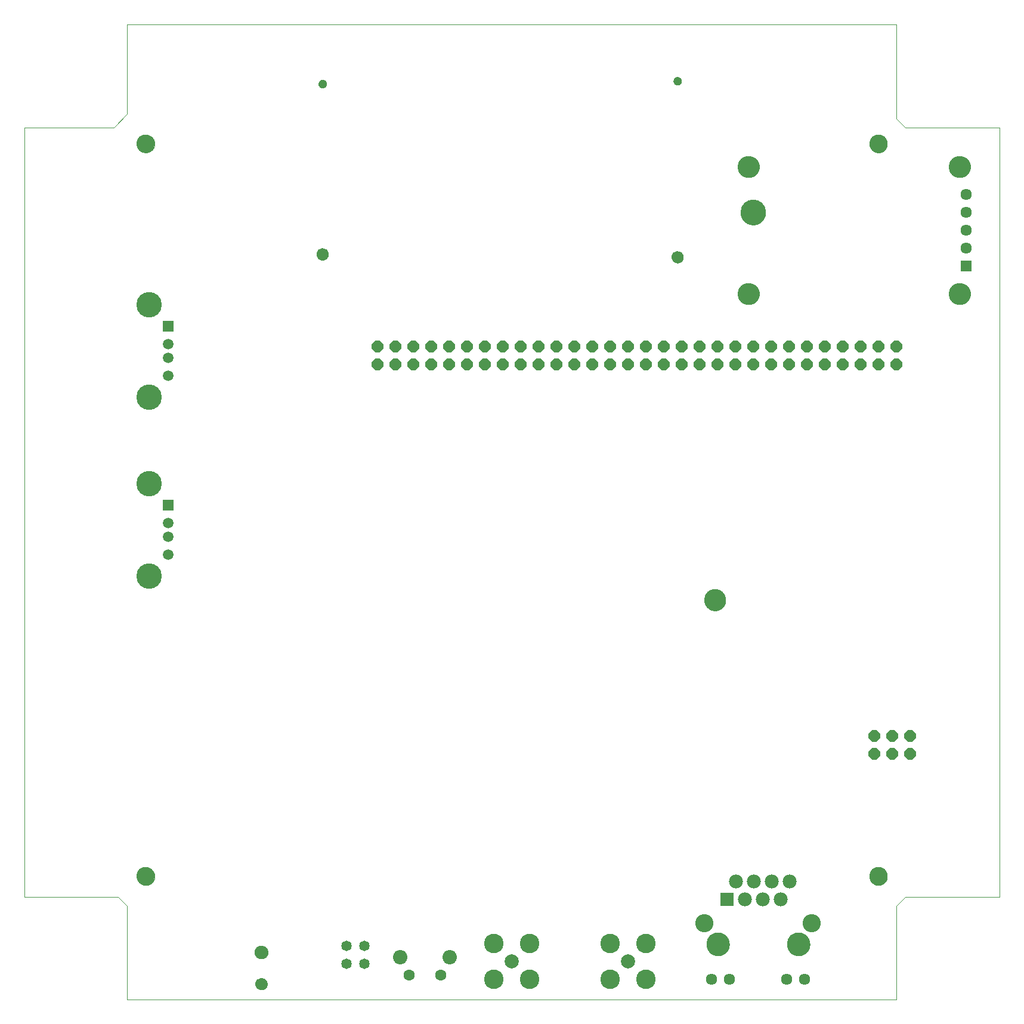
<source format=gbs>
G04 EAGLE Gerber RS-274X export*
G75*
%MOMM*%
%FSLAX34Y34*%
%LPD*%
%INBottom solder mask*%
%IPPOS*%
%AMOC8*
5,1,8,0,0,1.08239X$1,22.5*%
G01*
%ADD10C,0.000000*%
%ADD11C,2.601600*%
%ADD12P,1.759533X8X22.500000*%
%ADD13C,3.101600*%
%ADD14C,1.701600*%
%ADD15C,1.201600*%
%ADD16C,1.901600*%
%ADD17C,1.981200*%
%ADD18R,1.981200X1.981200*%
%ADD19C,2.576600*%
%ADD20C,1.609600*%
%ADD21C,3.301600*%
%ADD22R,1.509600X1.509600*%
%ADD23C,1.509600*%
%ADD24C,3.601600*%
%ADD25C,2.006600*%
%ADD26C,2.768600*%
%ADD27C,1.482600*%
%ADD28C,1.600200*%
%ADD29C,2.044700*%
%ADD30R,1.609600X1.609600*%


D10*
X158750Y0D02*
X1250950Y0D01*
X172500Y175000D02*
X172504Y175307D01*
X172515Y175613D01*
X172534Y175920D01*
X172560Y176225D01*
X172594Y176530D01*
X172635Y176834D01*
X172684Y177137D01*
X172740Y177439D01*
X172804Y177739D01*
X172875Y178037D01*
X172953Y178334D01*
X173038Y178629D01*
X173131Y178921D01*
X173231Y179211D01*
X173338Y179499D01*
X173452Y179784D01*
X173572Y180066D01*
X173700Y180344D01*
X173835Y180620D01*
X173976Y180892D01*
X174124Y181161D01*
X174278Y181426D01*
X174439Y181687D01*
X174607Y181945D01*
X174780Y182198D01*
X174960Y182446D01*
X175146Y182690D01*
X175337Y182930D01*
X175535Y183165D01*
X175738Y183394D01*
X175947Y183619D01*
X176161Y183839D01*
X176381Y184053D01*
X176606Y184262D01*
X176835Y184465D01*
X177070Y184663D01*
X177310Y184854D01*
X177554Y185040D01*
X177802Y185220D01*
X178055Y185393D01*
X178313Y185561D01*
X178574Y185722D01*
X178839Y185876D01*
X179108Y186024D01*
X179380Y186165D01*
X179656Y186300D01*
X179934Y186428D01*
X180216Y186548D01*
X180501Y186662D01*
X180789Y186769D01*
X181079Y186869D01*
X181371Y186962D01*
X181666Y187047D01*
X181963Y187125D01*
X182261Y187196D01*
X182561Y187260D01*
X182863Y187316D01*
X183166Y187365D01*
X183470Y187406D01*
X183775Y187440D01*
X184080Y187466D01*
X184387Y187485D01*
X184693Y187496D01*
X185000Y187500D01*
X185307Y187496D01*
X185613Y187485D01*
X185920Y187466D01*
X186225Y187440D01*
X186530Y187406D01*
X186834Y187365D01*
X187137Y187316D01*
X187439Y187260D01*
X187739Y187196D01*
X188037Y187125D01*
X188334Y187047D01*
X188629Y186962D01*
X188921Y186869D01*
X189211Y186769D01*
X189499Y186662D01*
X189784Y186548D01*
X190066Y186428D01*
X190344Y186300D01*
X190620Y186165D01*
X190892Y186024D01*
X191161Y185876D01*
X191426Y185722D01*
X191687Y185561D01*
X191945Y185393D01*
X192198Y185220D01*
X192446Y185040D01*
X192690Y184854D01*
X192930Y184663D01*
X193165Y184465D01*
X193394Y184262D01*
X193619Y184053D01*
X193839Y183839D01*
X194053Y183619D01*
X194262Y183394D01*
X194465Y183165D01*
X194663Y182930D01*
X194854Y182690D01*
X195040Y182446D01*
X195220Y182198D01*
X195393Y181945D01*
X195561Y181687D01*
X195722Y181426D01*
X195876Y181161D01*
X196024Y180892D01*
X196165Y180620D01*
X196300Y180344D01*
X196428Y180066D01*
X196548Y179784D01*
X196662Y179499D01*
X196769Y179211D01*
X196869Y178921D01*
X196962Y178629D01*
X197047Y178334D01*
X197125Y178037D01*
X197196Y177739D01*
X197260Y177439D01*
X197316Y177137D01*
X197365Y176834D01*
X197406Y176530D01*
X197440Y176225D01*
X197466Y175920D01*
X197485Y175613D01*
X197496Y175307D01*
X197500Y175000D01*
X197496Y174693D01*
X197485Y174387D01*
X197466Y174080D01*
X197440Y173775D01*
X197406Y173470D01*
X197365Y173166D01*
X197316Y172863D01*
X197260Y172561D01*
X197196Y172261D01*
X197125Y171963D01*
X197047Y171666D01*
X196962Y171371D01*
X196869Y171079D01*
X196769Y170789D01*
X196662Y170501D01*
X196548Y170216D01*
X196428Y169934D01*
X196300Y169656D01*
X196165Y169380D01*
X196024Y169108D01*
X195876Y168839D01*
X195722Y168574D01*
X195561Y168313D01*
X195393Y168055D01*
X195220Y167802D01*
X195040Y167554D01*
X194854Y167310D01*
X194663Y167070D01*
X194465Y166835D01*
X194262Y166606D01*
X194053Y166381D01*
X193839Y166161D01*
X193619Y165947D01*
X193394Y165738D01*
X193165Y165535D01*
X192930Y165337D01*
X192690Y165146D01*
X192446Y164960D01*
X192198Y164780D01*
X191945Y164607D01*
X191687Y164439D01*
X191426Y164278D01*
X191161Y164124D01*
X190892Y163976D01*
X190620Y163835D01*
X190344Y163700D01*
X190066Y163572D01*
X189784Y163452D01*
X189499Y163338D01*
X189211Y163231D01*
X188921Y163131D01*
X188629Y163038D01*
X188334Y162953D01*
X188037Y162875D01*
X187739Y162804D01*
X187439Y162740D01*
X187137Y162684D01*
X186834Y162635D01*
X186530Y162594D01*
X186225Y162560D01*
X185920Y162534D01*
X185613Y162515D01*
X185307Y162504D01*
X185000Y162500D01*
X184693Y162504D01*
X184387Y162515D01*
X184080Y162534D01*
X183775Y162560D01*
X183470Y162594D01*
X183166Y162635D01*
X182863Y162684D01*
X182561Y162740D01*
X182261Y162804D01*
X181963Y162875D01*
X181666Y162953D01*
X181371Y163038D01*
X181079Y163131D01*
X180789Y163231D01*
X180501Y163338D01*
X180216Y163452D01*
X179934Y163572D01*
X179656Y163700D01*
X179380Y163835D01*
X179108Y163976D01*
X178839Y164124D01*
X178574Y164278D01*
X178313Y164439D01*
X178055Y164607D01*
X177802Y164780D01*
X177554Y164960D01*
X177310Y165146D01*
X177070Y165337D01*
X176835Y165535D01*
X176606Y165738D01*
X176381Y165947D01*
X176161Y166161D01*
X175947Y166381D01*
X175738Y166606D01*
X175535Y166835D01*
X175337Y167070D01*
X175146Y167310D01*
X174960Y167554D01*
X174780Y167802D01*
X174607Y168055D01*
X174439Y168313D01*
X174278Y168574D01*
X174124Y168839D01*
X173976Y169108D01*
X173835Y169380D01*
X173700Y169656D01*
X173572Y169934D01*
X173452Y170216D01*
X173338Y170501D01*
X173231Y170789D01*
X173131Y171079D01*
X173038Y171371D01*
X172953Y171666D01*
X172875Y171963D01*
X172804Y172261D01*
X172740Y172561D01*
X172684Y172863D01*
X172635Y173166D01*
X172594Y173470D01*
X172560Y173775D01*
X172534Y174080D01*
X172515Y174387D01*
X172504Y174693D01*
X172500Y175000D01*
D11*
X185000Y175000D03*
D10*
X172500Y1215000D02*
X172504Y1215307D01*
X172515Y1215613D01*
X172534Y1215920D01*
X172560Y1216225D01*
X172594Y1216530D01*
X172635Y1216834D01*
X172684Y1217137D01*
X172740Y1217439D01*
X172804Y1217739D01*
X172875Y1218037D01*
X172953Y1218334D01*
X173038Y1218629D01*
X173131Y1218921D01*
X173231Y1219211D01*
X173338Y1219499D01*
X173452Y1219784D01*
X173572Y1220066D01*
X173700Y1220344D01*
X173835Y1220620D01*
X173976Y1220892D01*
X174124Y1221161D01*
X174278Y1221426D01*
X174439Y1221687D01*
X174607Y1221945D01*
X174780Y1222198D01*
X174960Y1222446D01*
X175146Y1222690D01*
X175337Y1222930D01*
X175535Y1223165D01*
X175738Y1223394D01*
X175947Y1223619D01*
X176161Y1223839D01*
X176381Y1224053D01*
X176606Y1224262D01*
X176835Y1224465D01*
X177070Y1224663D01*
X177310Y1224854D01*
X177554Y1225040D01*
X177802Y1225220D01*
X178055Y1225393D01*
X178313Y1225561D01*
X178574Y1225722D01*
X178839Y1225876D01*
X179108Y1226024D01*
X179380Y1226165D01*
X179656Y1226300D01*
X179934Y1226428D01*
X180216Y1226548D01*
X180501Y1226662D01*
X180789Y1226769D01*
X181079Y1226869D01*
X181371Y1226962D01*
X181666Y1227047D01*
X181963Y1227125D01*
X182261Y1227196D01*
X182561Y1227260D01*
X182863Y1227316D01*
X183166Y1227365D01*
X183470Y1227406D01*
X183775Y1227440D01*
X184080Y1227466D01*
X184387Y1227485D01*
X184693Y1227496D01*
X185000Y1227500D01*
X185307Y1227496D01*
X185613Y1227485D01*
X185920Y1227466D01*
X186225Y1227440D01*
X186530Y1227406D01*
X186834Y1227365D01*
X187137Y1227316D01*
X187439Y1227260D01*
X187739Y1227196D01*
X188037Y1227125D01*
X188334Y1227047D01*
X188629Y1226962D01*
X188921Y1226869D01*
X189211Y1226769D01*
X189499Y1226662D01*
X189784Y1226548D01*
X190066Y1226428D01*
X190344Y1226300D01*
X190620Y1226165D01*
X190892Y1226024D01*
X191161Y1225876D01*
X191426Y1225722D01*
X191687Y1225561D01*
X191945Y1225393D01*
X192198Y1225220D01*
X192446Y1225040D01*
X192690Y1224854D01*
X192930Y1224663D01*
X193165Y1224465D01*
X193394Y1224262D01*
X193619Y1224053D01*
X193839Y1223839D01*
X194053Y1223619D01*
X194262Y1223394D01*
X194465Y1223165D01*
X194663Y1222930D01*
X194854Y1222690D01*
X195040Y1222446D01*
X195220Y1222198D01*
X195393Y1221945D01*
X195561Y1221687D01*
X195722Y1221426D01*
X195876Y1221161D01*
X196024Y1220892D01*
X196165Y1220620D01*
X196300Y1220344D01*
X196428Y1220066D01*
X196548Y1219784D01*
X196662Y1219499D01*
X196769Y1219211D01*
X196869Y1218921D01*
X196962Y1218629D01*
X197047Y1218334D01*
X197125Y1218037D01*
X197196Y1217739D01*
X197260Y1217439D01*
X197316Y1217137D01*
X197365Y1216834D01*
X197406Y1216530D01*
X197440Y1216225D01*
X197466Y1215920D01*
X197485Y1215613D01*
X197496Y1215307D01*
X197500Y1215000D01*
X197496Y1214693D01*
X197485Y1214387D01*
X197466Y1214080D01*
X197440Y1213775D01*
X197406Y1213470D01*
X197365Y1213166D01*
X197316Y1212863D01*
X197260Y1212561D01*
X197196Y1212261D01*
X197125Y1211963D01*
X197047Y1211666D01*
X196962Y1211371D01*
X196869Y1211079D01*
X196769Y1210789D01*
X196662Y1210501D01*
X196548Y1210216D01*
X196428Y1209934D01*
X196300Y1209656D01*
X196165Y1209380D01*
X196024Y1209108D01*
X195876Y1208839D01*
X195722Y1208574D01*
X195561Y1208313D01*
X195393Y1208055D01*
X195220Y1207802D01*
X195040Y1207554D01*
X194854Y1207310D01*
X194663Y1207070D01*
X194465Y1206835D01*
X194262Y1206606D01*
X194053Y1206381D01*
X193839Y1206161D01*
X193619Y1205947D01*
X193394Y1205738D01*
X193165Y1205535D01*
X192930Y1205337D01*
X192690Y1205146D01*
X192446Y1204960D01*
X192198Y1204780D01*
X191945Y1204607D01*
X191687Y1204439D01*
X191426Y1204278D01*
X191161Y1204124D01*
X190892Y1203976D01*
X190620Y1203835D01*
X190344Y1203700D01*
X190066Y1203572D01*
X189784Y1203452D01*
X189499Y1203338D01*
X189211Y1203231D01*
X188921Y1203131D01*
X188629Y1203038D01*
X188334Y1202953D01*
X188037Y1202875D01*
X187739Y1202804D01*
X187439Y1202740D01*
X187137Y1202684D01*
X186834Y1202635D01*
X186530Y1202594D01*
X186225Y1202560D01*
X185920Y1202534D01*
X185613Y1202515D01*
X185307Y1202504D01*
X185000Y1202500D01*
X184693Y1202504D01*
X184387Y1202515D01*
X184080Y1202534D01*
X183775Y1202560D01*
X183470Y1202594D01*
X183166Y1202635D01*
X182863Y1202684D01*
X182561Y1202740D01*
X182261Y1202804D01*
X181963Y1202875D01*
X181666Y1202953D01*
X181371Y1203038D01*
X181079Y1203131D01*
X180789Y1203231D01*
X180501Y1203338D01*
X180216Y1203452D01*
X179934Y1203572D01*
X179656Y1203700D01*
X179380Y1203835D01*
X179108Y1203976D01*
X178839Y1204124D01*
X178574Y1204278D01*
X178313Y1204439D01*
X178055Y1204607D01*
X177802Y1204780D01*
X177554Y1204960D01*
X177310Y1205146D01*
X177070Y1205337D01*
X176835Y1205535D01*
X176606Y1205738D01*
X176381Y1205947D01*
X176161Y1206161D01*
X175947Y1206381D01*
X175738Y1206606D01*
X175535Y1206835D01*
X175337Y1207070D01*
X175146Y1207310D01*
X174960Y1207554D01*
X174780Y1207802D01*
X174607Y1208055D01*
X174439Y1208313D01*
X174278Y1208574D01*
X174124Y1208839D01*
X173976Y1209108D01*
X173835Y1209380D01*
X173700Y1209656D01*
X173572Y1209934D01*
X173452Y1210216D01*
X173338Y1210501D01*
X173231Y1210789D01*
X173131Y1211079D01*
X173038Y1211371D01*
X172953Y1211666D01*
X172875Y1211963D01*
X172804Y1212261D01*
X172740Y1212561D01*
X172684Y1212863D01*
X172635Y1213166D01*
X172594Y1213470D01*
X172560Y1213775D01*
X172534Y1214080D01*
X172515Y1214387D01*
X172504Y1214693D01*
X172500Y1215000D01*
D11*
X185000Y1215000D03*
D10*
X1212500Y1215000D02*
X1212504Y1215307D01*
X1212515Y1215613D01*
X1212534Y1215920D01*
X1212560Y1216225D01*
X1212594Y1216530D01*
X1212635Y1216834D01*
X1212684Y1217137D01*
X1212740Y1217439D01*
X1212804Y1217739D01*
X1212875Y1218037D01*
X1212953Y1218334D01*
X1213038Y1218629D01*
X1213131Y1218921D01*
X1213231Y1219211D01*
X1213338Y1219499D01*
X1213452Y1219784D01*
X1213572Y1220066D01*
X1213700Y1220344D01*
X1213835Y1220620D01*
X1213976Y1220892D01*
X1214124Y1221161D01*
X1214278Y1221426D01*
X1214439Y1221687D01*
X1214607Y1221945D01*
X1214780Y1222198D01*
X1214960Y1222446D01*
X1215146Y1222690D01*
X1215337Y1222930D01*
X1215535Y1223165D01*
X1215738Y1223394D01*
X1215947Y1223619D01*
X1216161Y1223839D01*
X1216381Y1224053D01*
X1216606Y1224262D01*
X1216835Y1224465D01*
X1217070Y1224663D01*
X1217310Y1224854D01*
X1217554Y1225040D01*
X1217802Y1225220D01*
X1218055Y1225393D01*
X1218313Y1225561D01*
X1218574Y1225722D01*
X1218839Y1225876D01*
X1219108Y1226024D01*
X1219380Y1226165D01*
X1219656Y1226300D01*
X1219934Y1226428D01*
X1220216Y1226548D01*
X1220501Y1226662D01*
X1220789Y1226769D01*
X1221079Y1226869D01*
X1221371Y1226962D01*
X1221666Y1227047D01*
X1221963Y1227125D01*
X1222261Y1227196D01*
X1222561Y1227260D01*
X1222863Y1227316D01*
X1223166Y1227365D01*
X1223470Y1227406D01*
X1223775Y1227440D01*
X1224080Y1227466D01*
X1224387Y1227485D01*
X1224693Y1227496D01*
X1225000Y1227500D01*
X1225307Y1227496D01*
X1225613Y1227485D01*
X1225920Y1227466D01*
X1226225Y1227440D01*
X1226530Y1227406D01*
X1226834Y1227365D01*
X1227137Y1227316D01*
X1227439Y1227260D01*
X1227739Y1227196D01*
X1228037Y1227125D01*
X1228334Y1227047D01*
X1228629Y1226962D01*
X1228921Y1226869D01*
X1229211Y1226769D01*
X1229499Y1226662D01*
X1229784Y1226548D01*
X1230066Y1226428D01*
X1230344Y1226300D01*
X1230620Y1226165D01*
X1230892Y1226024D01*
X1231161Y1225876D01*
X1231426Y1225722D01*
X1231687Y1225561D01*
X1231945Y1225393D01*
X1232198Y1225220D01*
X1232446Y1225040D01*
X1232690Y1224854D01*
X1232930Y1224663D01*
X1233165Y1224465D01*
X1233394Y1224262D01*
X1233619Y1224053D01*
X1233839Y1223839D01*
X1234053Y1223619D01*
X1234262Y1223394D01*
X1234465Y1223165D01*
X1234663Y1222930D01*
X1234854Y1222690D01*
X1235040Y1222446D01*
X1235220Y1222198D01*
X1235393Y1221945D01*
X1235561Y1221687D01*
X1235722Y1221426D01*
X1235876Y1221161D01*
X1236024Y1220892D01*
X1236165Y1220620D01*
X1236300Y1220344D01*
X1236428Y1220066D01*
X1236548Y1219784D01*
X1236662Y1219499D01*
X1236769Y1219211D01*
X1236869Y1218921D01*
X1236962Y1218629D01*
X1237047Y1218334D01*
X1237125Y1218037D01*
X1237196Y1217739D01*
X1237260Y1217439D01*
X1237316Y1217137D01*
X1237365Y1216834D01*
X1237406Y1216530D01*
X1237440Y1216225D01*
X1237466Y1215920D01*
X1237485Y1215613D01*
X1237496Y1215307D01*
X1237500Y1215000D01*
X1237496Y1214693D01*
X1237485Y1214387D01*
X1237466Y1214080D01*
X1237440Y1213775D01*
X1237406Y1213470D01*
X1237365Y1213166D01*
X1237316Y1212863D01*
X1237260Y1212561D01*
X1237196Y1212261D01*
X1237125Y1211963D01*
X1237047Y1211666D01*
X1236962Y1211371D01*
X1236869Y1211079D01*
X1236769Y1210789D01*
X1236662Y1210501D01*
X1236548Y1210216D01*
X1236428Y1209934D01*
X1236300Y1209656D01*
X1236165Y1209380D01*
X1236024Y1209108D01*
X1235876Y1208839D01*
X1235722Y1208574D01*
X1235561Y1208313D01*
X1235393Y1208055D01*
X1235220Y1207802D01*
X1235040Y1207554D01*
X1234854Y1207310D01*
X1234663Y1207070D01*
X1234465Y1206835D01*
X1234262Y1206606D01*
X1234053Y1206381D01*
X1233839Y1206161D01*
X1233619Y1205947D01*
X1233394Y1205738D01*
X1233165Y1205535D01*
X1232930Y1205337D01*
X1232690Y1205146D01*
X1232446Y1204960D01*
X1232198Y1204780D01*
X1231945Y1204607D01*
X1231687Y1204439D01*
X1231426Y1204278D01*
X1231161Y1204124D01*
X1230892Y1203976D01*
X1230620Y1203835D01*
X1230344Y1203700D01*
X1230066Y1203572D01*
X1229784Y1203452D01*
X1229499Y1203338D01*
X1229211Y1203231D01*
X1228921Y1203131D01*
X1228629Y1203038D01*
X1228334Y1202953D01*
X1228037Y1202875D01*
X1227739Y1202804D01*
X1227439Y1202740D01*
X1227137Y1202684D01*
X1226834Y1202635D01*
X1226530Y1202594D01*
X1226225Y1202560D01*
X1225920Y1202534D01*
X1225613Y1202515D01*
X1225307Y1202504D01*
X1225000Y1202500D01*
X1224693Y1202504D01*
X1224387Y1202515D01*
X1224080Y1202534D01*
X1223775Y1202560D01*
X1223470Y1202594D01*
X1223166Y1202635D01*
X1222863Y1202684D01*
X1222561Y1202740D01*
X1222261Y1202804D01*
X1221963Y1202875D01*
X1221666Y1202953D01*
X1221371Y1203038D01*
X1221079Y1203131D01*
X1220789Y1203231D01*
X1220501Y1203338D01*
X1220216Y1203452D01*
X1219934Y1203572D01*
X1219656Y1203700D01*
X1219380Y1203835D01*
X1219108Y1203976D01*
X1218839Y1204124D01*
X1218574Y1204278D01*
X1218313Y1204439D01*
X1218055Y1204607D01*
X1217802Y1204780D01*
X1217554Y1204960D01*
X1217310Y1205146D01*
X1217070Y1205337D01*
X1216835Y1205535D01*
X1216606Y1205738D01*
X1216381Y1205947D01*
X1216161Y1206161D01*
X1215947Y1206381D01*
X1215738Y1206606D01*
X1215535Y1206835D01*
X1215337Y1207070D01*
X1215146Y1207310D01*
X1214960Y1207554D01*
X1214780Y1207802D01*
X1214607Y1208055D01*
X1214439Y1208313D01*
X1214278Y1208574D01*
X1214124Y1208839D01*
X1213976Y1209108D01*
X1213835Y1209380D01*
X1213700Y1209656D01*
X1213572Y1209934D01*
X1213452Y1210216D01*
X1213338Y1210501D01*
X1213231Y1210789D01*
X1213131Y1211079D01*
X1213038Y1211371D01*
X1212953Y1211666D01*
X1212875Y1211963D01*
X1212804Y1212261D01*
X1212740Y1212561D01*
X1212684Y1212863D01*
X1212635Y1213166D01*
X1212594Y1213470D01*
X1212560Y1213775D01*
X1212534Y1214080D01*
X1212515Y1214387D01*
X1212504Y1214693D01*
X1212500Y1215000D01*
D11*
X1225000Y1215000D03*
D10*
X1212500Y175000D02*
X1212504Y175307D01*
X1212515Y175613D01*
X1212534Y175920D01*
X1212560Y176225D01*
X1212594Y176530D01*
X1212635Y176834D01*
X1212684Y177137D01*
X1212740Y177439D01*
X1212804Y177739D01*
X1212875Y178037D01*
X1212953Y178334D01*
X1213038Y178629D01*
X1213131Y178921D01*
X1213231Y179211D01*
X1213338Y179499D01*
X1213452Y179784D01*
X1213572Y180066D01*
X1213700Y180344D01*
X1213835Y180620D01*
X1213976Y180892D01*
X1214124Y181161D01*
X1214278Y181426D01*
X1214439Y181687D01*
X1214607Y181945D01*
X1214780Y182198D01*
X1214960Y182446D01*
X1215146Y182690D01*
X1215337Y182930D01*
X1215535Y183165D01*
X1215738Y183394D01*
X1215947Y183619D01*
X1216161Y183839D01*
X1216381Y184053D01*
X1216606Y184262D01*
X1216835Y184465D01*
X1217070Y184663D01*
X1217310Y184854D01*
X1217554Y185040D01*
X1217802Y185220D01*
X1218055Y185393D01*
X1218313Y185561D01*
X1218574Y185722D01*
X1218839Y185876D01*
X1219108Y186024D01*
X1219380Y186165D01*
X1219656Y186300D01*
X1219934Y186428D01*
X1220216Y186548D01*
X1220501Y186662D01*
X1220789Y186769D01*
X1221079Y186869D01*
X1221371Y186962D01*
X1221666Y187047D01*
X1221963Y187125D01*
X1222261Y187196D01*
X1222561Y187260D01*
X1222863Y187316D01*
X1223166Y187365D01*
X1223470Y187406D01*
X1223775Y187440D01*
X1224080Y187466D01*
X1224387Y187485D01*
X1224693Y187496D01*
X1225000Y187500D01*
X1225307Y187496D01*
X1225613Y187485D01*
X1225920Y187466D01*
X1226225Y187440D01*
X1226530Y187406D01*
X1226834Y187365D01*
X1227137Y187316D01*
X1227439Y187260D01*
X1227739Y187196D01*
X1228037Y187125D01*
X1228334Y187047D01*
X1228629Y186962D01*
X1228921Y186869D01*
X1229211Y186769D01*
X1229499Y186662D01*
X1229784Y186548D01*
X1230066Y186428D01*
X1230344Y186300D01*
X1230620Y186165D01*
X1230892Y186024D01*
X1231161Y185876D01*
X1231426Y185722D01*
X1231687Y185561D01*
X1231945Y185393D01*
X1232198Y185220D01*
X1232446Y185040D01*
X1232690Y184854D01*
X1232930Y184663D01*
X1233165Y184465D01*
X1233394Y184262D01*
X1233619Y184053D01*
X1233839Y183839D01*
X1234053Y183619D01*
X1234262Y183394D01*
X1234465Y183165D01*
X1234663Y182930D01*
X1234854Y182690D01*
X1235040Y182446D01*
X1235220Y182198D01*
X1235393Y181945D01*
X1235561Y181687D01*
X1235722Y181426D01*
X1235876Y181161D01*
X1236024Y180892D01*
X1236165Y180620D01*
X1236300Y180344D01*
X1236428Y180066D01*
X1236548Y179784D01*
X1236662Y179499D01*
X1236769Y179211D01*
X1236869Y178921D01*
X1236962Y178629D01*
X1237047Y178334D01*
X1237125Y178037D01*
X1237196Y177739D01*
X1237260Y177439D01*
X1237316Y177137D01*
X1237365Y176834D01*
X1237406Y176530D01*
X1237440Y176225D01*
X1237466Y175920D01*
X1237485Y175613D01*
X1237496Y175307D01*
X1237500Y175000D01*
X1237496Y174693D01*
X1237485Y174387D01*
X1237466Y174080D01*
X1237440Y173775D01*
X1237406Y173470D01*
X1237365Y173166D01*
X1237316Y172863D01*
X1237260Y172561D01*
X1237196Y172261D01*
X1237125Y171963D01*
X1237047Y171666D01*
X1236962Y171371D01*
X1236869Y171079D01*
X1236769Y170789D01*
X1236662Y170501D01*
X1236548Y170216D01*
X1236428Y169934D01*
X1236300Y169656D01*
X1236165Y169380D01*
X1236024Y169108D01*
X1235876Y168839D01*
X1235722Y168574D01*
X1235561Y168313D01*
X1235393Y168055D01*
X1235220Y167802D01*
X1235040Y167554D01*
X1234854Y167310D01*
X1234663Y167070D01*
X1234465Y166835D01*
X1234262Y166606D01*
X1234053Y166381D01*
X1233839Y166161D01*
X1233619Y165947D01*
X1233394Y165738D01*
X1233165Y165535D01*
X1232930Y165337D01*
X1232690Y165146D01*
X1232446Y164960D01*
X1232198Y164780D01*
X1231945Y164607D01*
X1231687Y164439D01*
X1231426Y164278D01*
X1231161Y164124D01*
X1230892Y163976D01*
X1230620Y163835D01*
X1230344Y163700D01*
X1230066Y163572D01*
X1229784Y163452D01*
X1229499Y163338D01*
X1229211Y163231D01*
X1228921Y163131D01*
X1228629Y163038D01*
X1228334Y162953D01*
X1228037Y162875D01*
X1227739Y162804D01*
X1227439Y162740D01*
X1227137Y162684D01*
X1226834Y162635D01*
X1226530Y162594D01*
X1226225Y162560D01*
X1225920Y162534D01*
X1225613Y162515D01*
X1225307Y162504D01*
X1225000Y162500D01*
X1224693Y162504D01*
X1224387Y162515D01*
X1224080Y162534D01*
X1223775Y162560D01*
X1223470Y162594D01*
X1223166Y162635D01*
X1222863Y162684D01*
X1222561Y162740D01*
X1222261Y162804D01*
X1221963Y162875D01*
X1221666Y162953D01*
X1221371Y163038D01*
X1221079Y163131D01*
X1220789Y163231D01*
X1220501Y163338D01*
X1220216Y163452D01*
X1219934Y163572D01*
X1219656Y163700D01*
X1219380Y163835D01*
X1219108Y163976D01*
X1218839Y164124D01*
X1218574Y164278D01*
X1218313Y164439D01*
X1218055Y164607D01*
X1217802Y164780D01*
X1217554Y164960D01*
X1217310Y165146D01*
X1217070Y165337D01*
X1216835Y165535D01*
X1216606Y165738D01*
X1216381Y165947D01*
X1216161Y166161D01*
X1215947Y166381D01*
X1215738Y166606D01*
X1215535Y166835D01*
X1215337Y167070D01*
X1215146Y167310D01*
X1214960Y167554D01*
X1214780Y167802D01*
X1214607Y168055D01*
X1214439Y168313D01*
X1214278Y168574D01*
X1214124Y168839D01*
X1213976Y169108D01*
X1213835Y169380D01*
X1213700Y169656D01*
X1213572Y169934D01*
X1213452Y170216D01*
X1213338Y170501D01*
X1213231Y170789D01*
X1213131Y171079D01*
X1213038Y171371D01*
X1212953Y171666D01*
X1212875Y171963D01*
X1212804Y172261D01*
X1212740Y172561D01*
X1212684Y172863D01*
X1212635Y173166D01*
X1212594Y173470D01*
X1212560Y173775D01*
X1212534Y174080D01*
X1212515Y174387D01*
X1212504Y174693D01*
X1212500Y175000D01*
D11*
X1225000Y175000D03*
D10*
X1263650Y1238250D02*
X1397000Y1238250D01*
X1263650Y1238250D02*
X1250950Y1250950D01*
X1250950Y1384300D01*
X158750Y1384300D01*
X158750Y1257300D01*
X139700Y1238250D01*
X12700Y1238250D01*
X1397000Y1238250D02*
X1397000Y146050D01*
X1263650Y146050D01*
X1250950Y133350D01*
X1250950Y0D01*
X12700Y146050D02*
X12700Y1238250D01*
X12700Y146050D02*
X146050Y146050D01*
X158750Y133350D02*
X158750Y0D01*
X158750Y133350D02*
X146050Y146050D01*
D12*
X514350Y901700D03*
X514350Y927100D03*
X539750Y901700D03*
X539750Y927100D03*
X565150Y901700D03*
X565150Y927100D03*
X590550Y901700D03*
X590550Y927100D03*
X615950Y901700D03*
X615950Y927100D03*
X641350Y901700D03*
X641350Y927100D03*
X666750Y901700D03*
X666750Y927100D03*
X692150Y901700D03*
X692150Y927100D03*
X717550Y901700D03*
X717550Y927100D03*
X742950Y901700D03*
X742950Y927100D03*
X768350Y901700D03*
X768350Y927100D03*
X793750Y901700D03*
X793750Y927100D03*
X819150Y901700D03*
X819150Y927100D03*
X844550Y901700D03*
X844550Y927100D03*
X869950Y901700D03*
X869950Y927100D03*
X895350Y901700D03*
X895350Y927100D03*
X920750Y901700D03*
X920750Y927100D03*
X946150Y901700D03*
X946150Y927100D03*
X971550Y901700D03*
X971550Y927100D03*
X996950Y901700D03*
X996950Y927100D03*
X1022350Y901700D03*
X1022350Y927100D03*
X1047750Y901700D03*
X1047750Y927100D03*
X1073150Y901700D03*
X1073150Y927100D03*
X1098550Y901700D03*
X1098550Y927100D03*
X1123950Y901700D03*
X1123950Y927100D03*
X1149350Y901700D03*
X1149350Y927100D03*
X1174750Y901700D03*
X1174750Y927100D03*
X1200150Y901700D03*
X1200150Y927100D03*
X1225550Y901700D03*
X1225550Y927100D03*
X1250950Y901700D03*
X1250950Y927100D03*
D10*
X978050Y567300D02*
X978055Y567668D01*
X978068Y568036D01*
X978091Y568403D01*
X978122Y568770D01*
X978163Y569136D01*
X978212Y569501D01*
X978271Y569864D01*
X978338Y570226D01*
X978414Y570587D01*
X978500Y570945D01*
X978593Y571301D01*
X978696Y571654D01*
X978807Y572005D01*
X978927Y572353D01*
X979055Y572698D01*
X979192Y573040D01*
X979337Y573379D01*
X979490Y573713D01*
X979652Y574044D01*
X979821Y574371D01*
X979999Y574693D01*
X980184Y575012D01*
X980377Y575325D01*
X980578Y575634D01*
X980786Y575937D01*
X981002Y576235D01*
X981225Y576528D01*
X981455Y576816D01*
X981692Y577098D01*
X981936Y577373D01*
X982186Y577643D01*
X982443Y577907D01*
X982707Y578164D01*
X982977Y578414D01*
X983252Y578658D01*
X983534Y578895D01*
X983822Y579125D01*
X984115Y579348D01*
X984413Y579564D01*
X984716Y579772D01*
X985025Y579973D01*
X985338Y580166D01*
X985657Y580351D01*
X985979Y580529D01*
X986306Y580698D01*
X986637Y580860D01*
X986971Y581013D01*
X987310Y581158D01*
X987652Y581295D01*
X987997Y581423D01*
X988345Y581543D01*
X988696Y581654D01*
X989049Y581757D01*
X989405Y581850D01*
X989763Y581936D01*
X990124Y582012D01*
X990486Y582079D01*
X990849Y582138D01*
X991214Y582187D01*
X991580Y582228D01*
X991947Y582259D01*
X992314Y582282D01*
X992682Y582295D01*
X993050Y582300D01*
X993418Y582295D01*
X993786Y582282D01*
X994153Y582259D01*
X994520Y582228D01*
X994886Y582187D01*
X995251Y582138D01*
X995614Y582079D01*
X995976Y582012D01*
X996337Y581936D01*
X996695Y581850D01*
X997051Y581757D01*
X997404Y581654D01*
X997755Y581543D01*
X998103Y581423D01*
X998448Y581295D01*
X998790Y581158D01*
X999129Y581013D01*
X999463Y580860D01*
X999794Y580698D01*
X1000121Y580529D01*
X1000443Y580351D01*
X1000762Y580166D01*
X1001075Y579973D01*
X1001384Y579772D01*
X1001687Y579564D01*
X1001985Y579348D01*
X1002278Y579125D01*
X1002566Y578895D01*
X1002848Y578658D01*
X1003123Y578414D01*
X1003393Y578164D01*
X1003657Y577907D01*
X1003914Y577643D01*
X1004164Y577373D01*
X1004408Y577098D01*
X1004645Y576816D01*
X1004875Y576528D01*
X1005098Y576235D01*
X1005314Y575937D01*
X1005522Y575634D01*
X1005723Y575325D01*
X1005916Y575012D01*
X1006101Y574693D01*
X1006279Y574371D01*
X1006448Y574044D01*
X1006610Y573713D01*
X1006763Y573379D01*
X1006908Y573040D01*
X1007045Y572698D01*
X1007173Y572353D01*
X1007293Y572005D01*
X1007404Y571654D01*
X1007507Y571301D01*
X1007600Y570945D01*
X1007686Y570587D01*
X1007762Y570226D01*
X1007829Y569864D01*
X1007888Y569501D01*
X1007937Y569136D01*
X1007978Y568770D01*
X1008009Y568403D01*
X1008032Y568036D01*
X1008045Y567668D01*
X1008050Y567300D01*
X1008045Y566932D01*
X1008032Y566564D01*
X1008009Y566197D01*
X1007978Y565830D01*
X1007937Y565464D01*
X1007888Y565099D01*
X1007829Y564736D01*
X1007762Y564374D01*
X1007686Y564013D01*
X1007600Y563655D01*
X1007507Y563299D01*
X1007404Y562946D01*
X1007293Y562595D01*
X1007173Y562247D01*
X1007045Y561902D01*
X1006908Y561560D01*
X1006763Y561221D01*
X1006610Y560887D01*
X1006448Y560556D01*
X1006279Y560229D01*
X1006101Y559907D01*
X1005916Y559588D01*
X1005723Y559275D01*
X1005522Y558966D01*
X1005314Y558663D01*
X1005098Y558365D01*
X1004875Y558072D01*
X1004645Y557784D01*
X1004408Y557502D01*
X1004164Y557227D01*
X1003914Y556957D01*
X1003657Y556693D01*
X1003393Y556436D01*
X1003123Y556186D01*
X1002848Y555942D01*
X1002566Y555705D01*
X1002278Y555475D01*
X1001985Y555252D01*
X1001687Y555036D01*
X1001384Y554828D01*
X1001075Y554627D01*
X1000762Y554434D01*
X1000443Y554249D01*
X1000121Y554071D01*
X999794Y553902D01*
X999463Y553740D01*
X999129Y553587D01*
X998790Y553442D01*
X998448Y553305D01*
X998103Y553177D01*
X997755Y553057D01*
X997404Y552946D01*
X997051Y552843D01*
X996695Y552750D01*
X996337Y552664D01*
X995976Y552588D01*
X995614Y552521D01*
X995251Y552462D01*
X994886Y552413D01*
X994520Y552372D01*
X994153Y552341D01*
X993786Y552318D01*
X993418Y552305D01*
X993050Y552300D01*
X992682Y552305D01*
X992314Y552318D01*
X991947Y552341D01*
X991580Y552372D01*
X991214Y552413D01*
X990849Y552462D01*
X990486Y552521D01*
X990124Y552588D01*
X989763Y552664D01*
X989405Y552750D01*
X989049Y552843D01*
X988696Y552946D01*
X988345Y553057D01*
X987997Y553177D01*
X987652Y553305D01*
X987310Y553442D01*
X986971Y553587D01*
X986637Y553740D01*
X986306Y553902D01*
X985979Y554071D01*
X985657Y554249D01*
X985338Y554434D01*
X985025Y554627D01*
X984716Y554828D01*
X984413Y555036D01*
X984115Y555252D01*
X983822Y555475D01*
X983534Y555705D01*
X983252Y555942D01*
X982977Y556186D01*
X982707Y556436D01*
X982443Y556693D01*
X982186Y556957D01*
X981936Y557227D01*
X981692Y557502D01*
X981455Y557784D01*
X981225Y558072D01*
X981002Y558365D01*
X980786Y558663D01*
X980578Y558966D01*
X980377Y559275D01*
X980184Y559588D01*
X979999Y559907D01*
X979821Y560229D01*
X979652Y560556D01*
X979490Y560887D01*
X979337Y561221D01*
X979192Y561560D01*
X979055Y561902D01*
X978927Y562247D01*
X978807Y562595D01*
X978696Y562946D01*
X978593Y563299D01*
X978500Y563655D01*
X978414Y564013D01*
X978338Y564374D01*
X978271Y564736D01*
X978212Y565099D01*
X978163Y565464D01*
X978122Y565830D01*
X978091Y566197D01*
X978068Y566564D01*
X978055Y566932D01*
X978050Y567300D01*
D13*
X993050Y567300D03*
D10*
X931800Y1054100D02*
X931802Y1054296D01*
X931810Y1054493D01*
X931822Y1054689D01*
X931839Y1054884D01*
X931860Y1055079D01*
X931887Y1055274D01*
X931918Y1055468D01*
X931954Y1055661D01*
X931994Y1055853D01*
X932040Y1056044D01*
X932090Y1056234D01*
X932144Y1056422D01*
X932204Y1056609D01*
X932268Y1056795D01*
X932336Y1056979D01*
X932409Y1057161D01*
X932486Y1057342D01*
X932568Y1057520D01*
X932654Y1057697D01*
X932745Y1057871D01*
X932839Y1058043D01*
X932938Y1058213D01*
X933041Y1058380D01*
X933148Y1058545D01*
X933259Y1058706D01*
X933374Y1058866D01*
X933493Y1059022D01*
X933616Y1059175D01*
X933742Y1059325D01*
X933872Y1059472D01*
X934006Y1059616D01*
X934143Y1059757D01*
X934284Y1059894D01*
X934428Y1060028D01*
X934575Y1060158D01*
X934725Y1060284D01*
X934878Y1060407D01*
X935034Y1060526D01*
X935194Y1060641D01*
X935355Y1060752D01*
X935520Y1060859D01*
X935687Y1060962D01*
X935857Y1061061D01*
X936029Y1061155D01*
X936203Y1061246D01*
X936380Y1061332D01*
X936558Y1061414D01*
X936739Y1061491D01*
X936921Y1061564D01*
X937105Y1061632D01*
X937291Y1061696D01*
X937478Y1061756D01*
X937666Y1061810D01*
X937856Y1061860D01*
X938047Y1061906D01*
X938239Y1061946D01*
X938432Y1061982D01*
X938626Y1062013D01*
X938821Y1062040D01*
X939016Y1062061D01*
X939211Y1062078D01*
X939407Y1062090D01*
X939604Y1062098D01*
X939800Y1062100D01*
X939996Y1062098D01*
X940193Y1062090D01*
X940389Y1062078D01*
X940584Y1062061D01*
X940779Y1062040D01*
X940974Y1062013D01*
X941168Y1061982D01*
X941361Y1061946D01*
X941553Y1061906D01*
X941744Y1061860D01*
X941934Y1061810D01*
X942122Y1061756D01*
X942309Y1061696D01*
X942495Y1061632D01*
X942679Y1061564D01*
X942861Y1061491D01*
X943042Y1061414D01*
X943220Y1061332D01*
X943397Y1061246D01*
X943571Y1061155D01*
X943743Y1061061D01*
X943913Y1060962D01*
X944080Y1060859D01*
X944245Y1060752D01*
X944406Y1060641D01*
X944566Y1060526D01*
X944722Y1060407D01*
X944875Y1060284D01*
X945025Y1060158D01*
X945172Y1060028D01*
X945316Y1059894D01*
X945457Y1059757D01*
X945594Y1059616D01*
X945728Y1059472D01*
X945858Y1059325D01*
X945984Y1059175D01*
X946107Y1059022D01*
X946226Y1058866D01*
X946341Y1058706D01*
X946452Y1058545D01*
X946559Y1058380D01*
X946662Y1058213D01*
X946761Y1058043D01*
X946855Y1057871D01*
X946946Y1057697D01*
X947032Y1057520D01*
X947114Y1057342D01*
X947191Y1057161D01*
X947264Y1056979D01*
X947332Y1056795D01*
X947396Y1056609D01*
X947456Y1056422D01*
X947510Y1056234D01*
X947560Y1056044D01*
X947606Y1055853D01*
X947646Y1055661D01*
X947682Y1055468D01*
X947713Y1055274D01*
X947740Y1055079D01*
X947761Y1054884D01*
X947778Y1054689D01*
X947790Y1054493D01*
X947798Y1054296D01*
X947800Y1054100D01*
X947798Y1053904D01*
X947790Y1053707D01*
X947778Y1053511D01*
X947761Y1053316D01*
X947740Y1053121D01*
X947713Y1052926D01*
X947682Y1052732D01*
X947646Y1052539D01*
X947606Y1052347D01*
X947560Y1052156D01*
X947510Y1051966D01*
X947456Y1051778D01*
X947396Y1051591D01*
X947332Y1051405D01*
X947264Y1051221D01*
X947191Y1051039D01*
X947114Y1050858D01*
X947032Y1050680D01*
X946946Y1050503D01*
X946855Y1050329D01*
X946761Y1050157D01*
X946662Y1049987D01*
X946559Y1049820D01*
X946452Y1049655D01*
X946341Y1049494D01*
X946226Y1049334D01*
X946107Y1049178D01*
X945984Y1049025D01*
X945858Y1048875D01*
X945728Y1048728D01*
X945594Y1048584D01*
X945457Y1048443D01*
X945316Y1048306D01*
X945172Y1048172D01*
X945025Y1048042D01*
X944875Y1047916D01*
X944722Y1047793D01*
X944566Y1047674D01*
X944406Y1047559D01*
X944245Y1047448D01*
X944080Y1047341D01*
X943913Y1047238D01*
X943743Y1047139D01*
X943571Y1047045D01*
X943397Y1046954D01*
X943220Y1046868D01*
X943042Y1046786D01*
X942861Y1046709D01*
X942679Y1046636D01*
X942495Y1046568D01*
X942309Y1046504D01*
X942122Y1046444D01*
X941934Y1046390D01*
X941744Y1046340D01*
X941553Y1046294D01*
X941361Y1046254D01*
X941168Y1046218D01*
X940974Y1046187D01*
X940779Y1046160D01*
X940584Y1046139D01*
X940389Y1046122D01*
X940193Y1046110D01*
X939996Y1046102D01*
X939800Y1046100D01*
X939604Y1046102D01*
X939407Y1046110D01*
X939211Y1046122D01*
X939016Y1046139D01*
X938821Y1046160D01*
X938626Y1046187D01*
X938432Y1046218D01*
X938239Y1046254D01*
X938047Y1046294D01*
X937856Y1046340D01*
X937666Y1046390D01*
X937478Y1046444D01*
X937291Y1046504D01*
X937105Y1046568D01*
X936921Y1046636D01*
X936739Y1046709D01*
X936558Y1046786D01*
X936380Y1046868D01*
X936203Y1046954D01*
X936029Y1047045D01*
X935857Y1047139D01*
X935687Y1047238D01*
X935520Y1047341D01*
X935355Y1047448D01*
X935194Y1047559D01*
X935034Y1047674D01*
X934878Y1047793D01*
X934725Y1047916D01*
X934575Y1048042D01*
X934428Y1048172D01*
X934284Y1048306D01*
X934143Y1048443D01*
X934006Y1048584D01*
X933872Y1048728D01*
X933742Y1048875D01*
X933616Y1049025D01*
X933493Y1049178D01*
X933374Y1049334D01*
X933259Y1049494D01*
X933148Y1049655D01*
X933041Y1049820D01*
X932938Y1049987D01*
X932839Y1050157D01*
X932745Y1050329D01*
X932654Y1050503D01*
X932568Y1050680D01*
X932486Y1050858D01*
X932409Y1051039D01*
X932336Y1051221D01*
X932268Y1051405D01*
X932204Y1051591D01*
X932144Y1051778D01*
X932090Y1051966D01*
X932040Y1052156D01*
X931994Y1052347D01*
X931954Y1052539D01*
X931918Y1052732D01*
X931887Y1052926D01*
X931860Y1053121D01*
X931839Y1053316D01*
X931822Y1053511D01*
X931810Y1053707D01*
X931802Y1053904D01*
X931800Y1054100D01*
D14*
X939800Y1054100D03*
D10*
X934300Y1304100D02*
X934302Y1304248D01*
X934308Y1304396D01*
X934318Y1304544D01*
X934332Y1304692D01*
X934350Y1304839D01*
X934372Y1304986D01*
X934398Y1305132D01*
X934427Y1305277D01*
X934461Y1305422D01*
X934499Y1305565D01*
X934540Y1305708D01*
X934585Y1305849D01*
X934635Y1305989D01*
X934687Y1306127D01*
X934744Y1306265D01*
X934804Y1306400D01*
X934868Y1306534D01*
X934935Y1306666D01*
X935006Y1306796D01*
X935081Y1306925D01*
X935159Y1307051D01*
X935240Y1307175D01*
X935324Y1307297D01*
X935412Y1307416D01*
X935503Y1307533D01*
X935597Y1307648D01*
X935695Y1307760D01*
X935795Y1307869D01*
X935898Y1307976D01*
X936004Y1308080D01*
X936112Y1308181D01*
X936224Y1308279D01*
X936338Y1308374D01*
X936454Y1308465D01*
X936573Y1308554D01*
X936694Y1308639D01*
X936818Y1308721D01*
X936944Y1308800D01*
X937071Y1308875D01*
X937201Y1308947D01*
X937333Y1309016D01*
X937466Y1309080D01*
X937601Y1309141D01*
X937738Y1309199D01*
X937876Y1309253D01*
X938016Y1309303D01*
X938157Y1309349D01*
X938299Y1309391D01*
X938442Y1309430D01*
X938586Y1309464D01*
X938732Y1309495D01*
X938877Y1309522D01*
X939024Y1309545D01*
X939171Y1309564D01*
X939319Y1309579D01*
X939466Y1309590D01*
X939615Y1309597D01*
X939763Y1309600D01*
X939911Y1309599D01*
X940059Y1309594D01*
X940207Y1309585D01*
X940355Y1309572D01*
X940503Y1309555D01*
X940649Y1309534D01*
X940796Y1309509D01*
X940941Y1309480D01*
X941086Y1309448D01*
X941229Y1309411D01*
X941372Y1309371D01*
X941514Y1309326D01*
X941654Y1309278D01*
X941793Y1309226D01*
X941930Y1309171D01*
X942066Y1309111D01*
X942201Y1309048D01*
X942333Y1308982D01*
X942464Y1308912D01*
X942593Y1308838D01*
X942719Y1308761D01*
X942844Y1308681D01*
X942966Y1308597D01*
X943087Y1308510D01*
X943204Y1308420D01*
X943320Y1308326D01*
X943432Y1308230D01*
X943542Y1308131D01*
X943650Y1308028D01*
X943754Y1307923D01*
X943856Y1307815D01*
X943954Y1307704D01*
X944050Y1307591D01*
X944143Y1307475D01*
X944232Y1307357D01*
X944318Y1307236D01*
X944401Y1307113D01*
X944481Y1306988D01*
X944557Y1306861D01*
X944630Y1306731D01*
X944699Y1306600D01*
X944764Y1306467D01*
X944827Y1306333D01*
X944885Y1306196D01*
X944940Y1306058D01*
X944990Y1305919D01*
X945038Y1305778D01*
X945081Y1305637D01*
X945121Y1305494D01*
X945156Y1305350D01*
X945188Y1305205D01*
X945216Y1305059D01*
X945240Y1304913D01*
X945260Y1304766D01*
X945276Y1304618D01*
X945288Y1304471D01*
X945296Y1304322D01*
X945300Y1304174D01*
X945300Y1304026D01*
X945296Y1303878D01*
X945288Y1303729D01*
X945276Y1303582D01*
X945260Y1303434D01*
X945240Y1303287D01*
X945216Y1303141D01*
X945188Y1302995D01*
X945156Y1302850D01*
X945121Y1302706D01*
X945081Y1302563D01*
X945038Y1302422D01*
X944990Y1302281D01*
X944940Y1302142D01*
X944885Y1302004D01*
X944827Y1301867D01*
X944764Y1301733D01*
X944699Y1301600D01*
X944630Y1301469D01*
X944557Y1301339D01*
X944481Y1301212D01*
X944401Y1301087D01*
X944318Y1300964D01*
X944232Y1300843D01*
X944143Y1300725D01*
X944050Y1300609D01*
X943954Y1300496D01*
X943856Y1300385D01*
X943754Y1300277D01*
X943650Y1300172D01*
X943542Y1300069D01*
X943432Y1299970D01*
X943320Y1299874D01*
X943204Y1299780D01*
X943087Y1299690D01*
X942966Y1299603D01*
X942844Y1299519D01*
X942719Y1299439D01*
X942593Y1299362D01*
X942464Y1299288D01*
X942333Y1299218D01*
X942201Y1299152D01*
X942066Y1299089D01*
X941930Y1299029D01*
X941793Y1298974D01*
X941654Y1298922D01*
X941514Y1298874D01*
X941372Y1298829D01*
X941229Y1298789D01*
X941086Y1298752D01*
X940941Y1298720D01*
X940796Y1298691D01*
X940649Y1298666D01*
X940503Y1298645D01*
X940355Y1298628D01*
X940207Y1298615D01*
X940059Y1298606D01*
X939911Y1298601D01*
X939763Y1298600D01*
X939615Y1298603D01*
X939466Y1298610D01*
X939319Y1298621D01*
X939171Y1298636D01*
X939024Y1298655D01*
X938877Y1298678D01*
X938732Y1298705D01*
X938586Y1298736D01*
X938442Y1298770D01*
X938299Y1298809D01*
X938157Y1298851D01*
X938016Y1298897D01*
X937876Y1298947D01*
X937738Y1299001D01*
X937601Y1299059D01*
X937466Y1299120D01*
X937333Y1299184D01*
X937201Y1299253D01*
X937071Y1299325D01*
X936944Y1299400D01*
X936818Y1299479D01*
X936694Y1299561D01*
X936573Y1299646D01*
X936454Y1299735D01*
X936338Y1299826D01*
X936224Y1299921D01*
X936112Y1300019D01*
X936004Y1300120D01*
X935898Y1300224D01*
X935795Y1300331D01*
X935695Y1300440D01*
X935597Y1300552D01*
X935503Y1300667D01*
X935412Y1300784D01*
X935324Y1300903D01*
X935240Y1301025D01*
X935159Y1301149D01*
X935081Y1301275D01*
X935006Y1301404D01*
X934935Y1301534D01*
X934868Y1301666D01*
X934804Y1301800D01*
X934744Y1301935D01*
X934687Y1302073D01*
X934635Y1302211D01*
X934585Y1302351D01*
X934540Y1302492D01*
X934499Y1302635D01*
X934461Y1302778D01*
X934427Y1302923D01*
X934398Y1303068D01*
X934372Y1303214D01*
X934350Y1303361D01*
X934332Y1303508D01*
X934318Y1303656D01*
X934308Y1303804D01*
X934302Y1303952D01*
X934300Y1304100D01*
D15*
X939800Y1304100D03*
D10*
X427800Y1058100D02*
X427802Y1058296D01*
X427810Y1058493D01*
X427822Y1058689D01*
X427839Y1058884D01*
X427860Y1059079D01*
X427887Y1059274D01*
X427918Y1059468D01*
X427954Y1059661D01*
X427994Y1059853D01*
X428040Y1060044D01*
X428090Y1060234D01*
X428144Y1060422D01*
X428204Y1060609D01*
X428268Y1060795D01*
X428336Y1060979D01*
X428409Y1061161D01*
X428486Y1061342D01*
X428568Y1061520D01*
X428654Y1061697D01*
X428745Y1061871D01*
X428839Y1062043D01*
X428938Y1062213D01*
X429041Y1062380D01*
X429148Y1062545D01*
X429259Y1062706D01*
X429374Y1062866D01*
X429493Y1063022D01*
X429616Y1063175D01*
X429742Y1063325D01*
X429872Y1063472D01*
X430006Y1063616D01*
X430143Y1063757D01*
X430284Y1063894D01*
X430428Y1064028D01*
X430575Y1064158D01*
X430725Y1064284D01*
X430878Y1064407D01*
X431034Y1064526D01*
X431194Y1064641D01*
X431355Y1064752D01*
X431520Y1064859D01*
X431687Y1064962D01*
X431857Y1065061D01*
X432029Y1065155D01*
X432203Y1065246D01*
X432380Y1065332D01*
X432558Y1065414D01*
X432739Y1065491D01*
X432921Y1065564D01*
X433105Y1065632D01*
X433291Y1065696D01*
X433478Y1065756D01*
X433666Y1065810D01*
X433856Y1065860D01*
X434047Y1065906D01*
X434239Y1065946D01*
X434432Y1065982D01*
X434626Y1066013D01*
X434821Y1066040D01*
X435016Y1066061D01*
X435211Y1066078D01*
X435407Y1066090D01*
X435604Y1066098D01*
X435800Y1066100D01*
X435996Y1066098D01*
X436193Y1066090D01*
X436389Y1066078D01*
X436584Y1066061D01*
X436779Y1066040D01*
X436974Y1066013D01*
X437168Y1065982D01*
X437361Y1065946D01*
X437553Y1065906D01*
X437744Y1065860D01*
X437934Y1065810D01*
X438122Y1065756D01*
X438309Y1065696D01*
X438495Y1065632D01*
X438679Y1065564D01*
X438861Y1065491D01*
X439042Y1065414D01*
X439220Y1065332D01*
X439397Y1065246D01*
X439571Y1065155D01*
X439743Y1065061D01*
X439913Y1064962D01*
X440080Y1064859D01*
X440245Y1064752D01*
X440406Y1064641D01*
X440566Y1064526D01*
X440722Y1064407D01*
X440875Y1064284D01*
X441025Y1064158D01*
X441172Y1064028D01*
X441316Y1063894D01*
X441457Y1063757D01*
X441594Y1063616D01*
X441728Y1063472D01*
X441858Y1063325D01*
X441984Y1063175D01*
X442107Y1063022D01*
X442226Y1062866D01*
X442341Y1062706D01*
X442452Y1062545D01*
X442559Y1062380D01*
X442662Y1062213D01*
X442761Y1062043D01*
X442855Y1061871D01*
X442946Y1061697D01*
X443032Y1061520D01*
X443114Y1061342D01*
X443191Y1061161D01*
X443264Y1060979D01*
X443332Y1060795D01*
X443396Y1060609D01*
X443456Y1060422D01*
X443510Y1060234D01*
X443560Y1060044D01*
X443606Y1059853D01*
X443646Y1059661D01*
X443682Y1059468D01*
X443713Y1059274D01*
X443740Y1059079D01*
X443761Y1058884D01*
X443778Y1058689D01*
X443790Y1058493D01*
X443798Y1058296D01*
X443800Y1058100D01*
X443798Y1057904D01*
X443790Y1057707D01*
X443778Y1057511D01*
X443761Y1057316D01*
X443740Y1057121D01*
X443713Y1056926D01*
X443682Y1056732D01*
X443646Y1056539D01*
X443606Y1056347D01*
X443560Y1056156D01*
X443510Y1055966D01*
X443456Y1055778D01*
X443396Y1055591D01*
X443332Y1055405D01*
X443264Y1055221D01*
X443191Y1055039D01*
X443114Y1054858D01*
X443032Y1054680D01*
X442946Y1054503D01*
X442855Y1054329D01*
X442761Y1054157D01*
X442662Y1053987D01*
X442559Y1053820D01*
X442452Y1053655D01*
X442341Y1053494D01*
X442226Y1053334D01*
X442107Y1053178D01*
X441984Y1053025D01*
X441858Y1052875D01*
X441728Y1052728D01*
X441594Y1052584D01*
X441457Y1052443D01*
X441316Y1052306D01*
X441172Y1052172D01*
X441025Y1052042D01*
X440875Y1051916D01*
X440722Y1051793D01*
X440566Y1051674D01*
X440406Y1051559D01*
X440245Y1051448D01*
X440080Y1051341D01*
X439913Y1051238D01*
X439743Y1051139D01*
X439571Y1051045D01*
X439397Y1050954D01*
X439220Y1050868D01*
X439042Y1050786D01*
X438861Y1050709D01*
X438679Y1050636D01*
X438495Y1050568D01*
X438309Y1050504D01*
X438122Y1050444D01*
X437934Y1050390D01*
X437744Y1050340D01*
X437553Y1050294D01*
X437361Y1050254D01*
X437168Y1050218D01*
X436974Y1050187D01*
X436779Y1050160D01*
X436584Y1050139D01*
X436389Y1050122D01*
X436193Y1050110D01*
X435996Y1050102D01*
X435800Y1050100D01*
X435604Y1050102D01*
X435407Y1050110D01*
X435211Y1050122D01*
X435016Y1050139D01*
X434821Y1050160D01*
X434626Y1050187D01*
X434432Y1050218D01*
X434239Y1050254D01*
X434047Y1050294D01*
X433856Y1050340D01*
X433666Y1050390D01*
X433478Y1050444D01*
X433291Y1050504D01*
X433105Y1050568D01*
X432921Y1050636D01*
X432739Y1050709D01*
X432558Y1050786D01*
X432380Y1050868D01*
X432203Y1050954D01*
X432029Y1051045D01*
X431857Y1051139D01*
X431687Y1051238D01*
X431520Y1051341D01*
X431355Y1051448D01*
X431194Y1051559D01*
X431034Y1051674D01*
X430878Y1051793D01*
X430725Y1051916D01*
X430575Y1052042D01*
X430428Y1052172D01*
X430284Y1052306D01*
X430143Y1052443D01*
X430006Y1052584D01*
X429872Y1052728D01*
X429742Y1052875D01*
X429616Y1053025D01*
X429493Y1053178D01*
X429374Y1053334D01*
X429259Y1053494D01*
X429148Y1053655D01*
X429041Y1053820D01*
X428938Y1053987D01*
X428839Y1054157D01*
X428745Y1054329D01*
X428654Y1054503D01*
X428568Y1054680D01*
X428486Y1054858D01*
X428409Y1055039D01*
X428336Y1055221D01*
X428268Y1055405D01*
X428204Y1055591D01*
X428144Y1055778D01*
X428090Y1055966D01*
X428040Y1056156D01*
X427994Y1056347D01*
X427954Y1056539D01*
X427918Y1056732D01*
X427887Y1056926D01*
X427860Y1057121D01*
X427839Y1057316D01*
X427822Y1057511D01*
X427810Y1057707D01*
X427802Y1057904D01*
X427800Y1058100D01*
D14*
X435800Y1058100D03*
D10*
X430300Y1300100D02*
X430302Y1300248D01*
X430308Y1300396D01*
X430318Y1300544D01*
X430332Y1300692D01*
X430350Y1300839D01*
X430372Y1300986D01*
X430398Y1301132D01*
X430427Y1301277D01*
X430461Y1301422D01*
X430499Y1301565D01*
X430540Y1301708D01*
X430585Y1301849D01*
X430635Y1301989D01*
X430687Y1302127D01*
X430744Y1302265D01*
X430804Y1302400D01*
X430868Y1302534D01*
X430935Y1302666D01*
X431006Y1302796D01*
X431081Y1302925D01*
X431159Y1303051D01*
X431240Y1303175D01*
X431324Y1303297D01*
X431412Y1303416D01*
X431503Y1303533D01*
X431597Y1303648D01*
X431695Y1303760D01*
X431795Y1303869D01*
X431898Y1303976D01*
X432004Y1304080D01*
X432112Y1304181D01*
X432224Y1304279D01*
X432338Y1304374D01*
X432454Y1304465D01*
X432573Y1304554D01*
X432694Y1304639D01*
X432818Y1304721D01*
X432944Y1304800D01*
X433071Y1304875D01*
X433201Y1304947D01*
X433333Y1305016D01*
X433466Y1305080D01*
X433601Y1305141D01*
X433738Y1305199D01*
X433876Y1305253D01*
X434016Y1305303D01*
X434157Y1305349D01*
X434299Y1305391D01*
X434442Y1305430D01*
X434586Y1305464D01*
X434732Y1305495D01*
X434877Y1305522D01*
X435024Y1305545D01*
X435171Y1305564D01*
X435319Y1305579D01*
X435466Y1305590D01*
X435615Y1305597D01*
X435763Y1305600D01*
X435911Y1305599D01*
X436059Y1305594D01*
X436207Y1305585D01*
X436355Y1305572D01*
X436503Y1305555D01*
X436649Y1305534D01*
X436796Y1305509D01*
X436941Y1305480D01*
X437086Y1305448D01*
X437229Y1305411D01*
X437372Y1305371D01*
X437514Y1305326D01*
X437654Y1305278D01*
X437793Y1305226D01*
X437930Y1305171D01*
X438066Y1305111D01*
X438201Y1305048D01*
X438333Y1304982D01*
X438464Y1304912D01*
X438593Y1304838D01*
X438719Y1304761D01*
X438844Y1304681D01*
X438966Y1304597D01*
X439087Y1304510D01*
X439204Y1304420D01*
X439320Y1304326D01*
X439432Y1304230D01*
X439542Y1304131D01*
X439650Y1304028D01*
X439754Y1303923D01*
X439856Y1303815D01*
X439954Y1303704D01*
X440050Y1303591D01*
X440143Y1303475D01*
X440232Y1303357D01*
X440318Y1303236D01*
X440401Y1303113D01*
X440481Y1302988D01*
X440557Y1302861D01*
X440630Y1302731D01*
X440699Y1302600D01*
X440764Y1302467D01*
X440827Y1302333D01*
X440885Y1302196D01*
X440940Y1302058D01*
X440990Y1301919D01*
X441038Y1301778D01*
X441081Y1301637D01*
X441121Y1301494D01*
X441156Y1301350D01*
X441188Y1301205D01*
X441216Y1301059D01*
X441240Y1300913D01*
X441260Y1300766D01*
X441276Y1300618D01*
X441288Y1300471D01*
X441296Y1300322D01*
X441300Y1300174D01*
X441300Y1300026D01*
X441296Y1299878D01*
X441288Y1299729D01*
X441276Y1299582D01*
X441260Y1299434D01*
X441240Y1299287D01*
X441216Y1299141D01*
X441188Y1298995D01*
X441156Y1298850D01*
X441121Y1298706D01*
X441081Y1298563D01*
X441038Y1298422D01*
X440990Y1298281D01*
X440940Y1298142D01*
X440885Y1298004D01*
X440827Y1297867D01*
X440764Y1297733D01*
X440699Y1297600D01*
X440630Y1297469D01*
X440557Y1297339D01*
X440481Y1297212D01*
X440401Y1297087D01*
X440318Y1296964D01*
X440232Y1296843D01*
X440143Y1296725D01*
X440050Y1296609D01*
X439954Y1296496D01*
X439856Y1296385D01*
X439754Y1296277D01*
X439650Y1296172D01*
X439542Y1296069D01*
X439432Y1295970D01*
X439320Y1295874D01*
X439204Y1295780D01*
X439087Y1295690D01*
X438966Y1295603D01*
X438844Y1295519D01*
X438719Y1295439D01*
X438593Y1295362D01*
X438464Y1295288D01*
X438333Y1295218D01*
X438201Y1295152D01*
X438066Y1295089D01*
X437930Y1295029D01*
X437793Y1294974D01*
X437654Y1294922D01*
X437514Y1294874D01*
X437372Y1294829D01*
X437229Y1294789D01*
X437086Y1294752D01*
X436941Y1294720D01*
X436796Y1294691D01*
X436649Y1294666D01*
X436503Y1294645D01*
X436355Y1294628D01*
X436207Y1294615D01*
X436059Y1294606D01*
X435911Y1294601D01*
X435763Y1294600D01*
X435615Y1294603D01*
X435466Y1294610D01*
X435319Y1294621D01*
X435171Y1294636D01*
X435024Y1294655D01*
X434877Y1294678D01*
X434732Y1294705D01*
X434586Y1294736D01*
X434442Y1294770D01*
X434299Y1294809D01*
X434157Y1294851D01*
X434016Y1294897D01*
X433876Y1294947D01*
X433738Y1295001D01*
X433601Y1295059D01*
X433466Y1295120D01*
X433333Y1295184D01*
X433201Y1295253D01*
X433071Y1295325D01*
X432944Y1295400D01*
X432818Y1295479D01*
X432694Y1295561D01*
X432573Y1295646D01*
X432454Y1295735D01*
X432338Y1295826D01*
X432224Y1295921D01*
X432112Y1296019D01*
X432004Y1296120D01*
X431898Y1296224D01*
X431795Y1296331D01*
X431695Y1296440D01*
X431597Y1296552D01*
X431503Y1296667D01*
X431412Y1296784D01*
X431324Y1296903D01*
X431240Y1297025D01*
X431159Y1297149D01*
X431081Y1297275D01*
X431006Y1297404D01*
X430935Y1297534D01*
X430868Y1297666D01*
X430804Y1297800D01*
X430744Y1297935D01*
X430687Y1298073D01*
X430635Y1298211D01*
X430585Y1298351D01*
X430540Y1298492D01*
X430499Y1298635D01*
X430461Y1298778D01*
X430427Y1298923D01*
X430398Y1299068D01*
X430372Y1299214D01*
X430350Y1299361D01*
X430332Y1299508D01*
X430318Y1299656D01*
X430308Y1299804D01*
X430302Y1299952D01*
X430300Y1300100D01*
D15*
X435800Y1300100D03*
D10*
X341250Y22225D02*
X341252Y22421D01*
X341260Y22618D01*
X341272Y22814D01*
X341289Y23009D01*
X341310Y23204D01*
X341337Y23399D01*
X341368Y23593D01*
X341404Y23786D01*
X341444Y23978D01*
X341490Y24169D01*
X341540Y24359D01*
X341594Y24547D01*
X341654Y24734D01*
X341718Y24920D01*
X341786Y25104D01*
X341859Y25286D01*
X341936Y25467D01*
X342018Y25645D01*
X342104Y25822D01*
X342195Y25996D01*
X342289Y26168D01*
X342388Y26338D01*
X342491Y26505D01*
X342598Y26670D01*
X342709Y26831D01*
X342824Y26991D01*
X342943Y27147D01*
X343066Y27300D01*
X343192Y27450D01*
X343322Y27597D01*
X343456Y27741D01*
X343593Y27882D01*
X343734Y28019D01*
X343878Y28153D01*
X344025Y28283D01*
X344175Y28409D01*
X344328Y28532D01*
X344484Y28651D01*
X344644Y28766D01*
X344805Y28877D01*
X344970Y28984D01*
X345137Y29087D01*
X345307Y29186D01*
X345479Y29280D01*
X345653Y29371D01*
X345830Y29457D01*
X346008Y29539D01*
X346189Y29616D01*
X346371Y29689D01*
X346555Y29757D01*
X346741Y29821D01*
X346928Y29881D01*
X347116Y29935D01*
X347306Y29985D01*
X347497Y30031D01*
X347689Y30071D01*
X347882Y30107D01*
X348076Y30138D01*
X348271Y30165D01*
X348466Y30186D01*
X348661Y30203D01*
X348857Y30215D01*
X349054Y30223D01*
X349250Y30225D01*
X349446Y30223D01*
X349643Y30215D01*
X349839Y30203D01*
X350034Y30186D01*
X350229Y30165D01*
X350424Y30138D01*
X350618Y30107D01*
X350811Y30071D01*
X351003Y30031D01*
X351194Y29985D01*
X351384Y29935D01*
X351572Y29881D01*
X351759Y29821D01*
X351945Y29757D01*
X352129Y29689D01*
X352311Y29616D01*
X352492Y29539D01*
X352670Y29457D01*
X352847Y29371D01*
X353021Y29280D01*
X353193Y29186D01*
X353363Y29087D01*
X353530Y28984D01*
X353695Y28877D01*
X353856Y28766D01*
X354016Y28651D01*
X354172Y28532D01*
X354325Y28409D01*
X354475Y28283D01*
X354622Y28153D01*
X354766Y28019D01*
X354907Y27882D01*
X355044Y27741D01*
X355178Y27597D01*
X355308Y27450D01*
X355434Y27300D01*
X355557Y27147D01*
X355676Y26991D01*
X355791Y26831D01*
X355902Y26670D01*
X356009Y26505D01*
X356112Y26338D01*
X356211Y26168D01*
X356305Y25996D01*
X356396Y25822D01*
X356482Y25645D01*
X356564Y25467D01*
X356641Y25286D01*
X356714Y25104D01*
X356782Y24920D01*
X356846Y24734D01*
X356906Y24547D01*
X356960Y24359D01*
X357010Y24169D01*
X357056Y23978D01*
X357096Y23786D01*
X357132Y23593D01*
X357163Y23399D01*
X357190Y23204D01*
X357211Y23009D01*
X357228Y22814D01*
X357240Y22618D01*
X357248Y22421D01*
X357250Y22225D01*
X357248Y22029D01*
X357240Y21832D01*
X357228Y21636D01*
X357211Y21441D01*
X357190Y21246D01*
X357163Y21051D01*
X357132Y20857D01*
X357096Y20664D01*
X357056Y20472D01*
X357010Y20281D01*
X356960Y20091D01*
X356906Y19903D01*
X356846Y19716D01*
X356782Y19530D01*
X356714Y19346D01*
X356641Y19164D01*
X356564Y18983D01*
X356482Y18805D01*
X356396Y18628D01*
X356305Y18454D01*
X356211Y18282D01*
X356112Y18112D01*
X356009Y17945D01*
X355902Y17780D01*
X355791Y17619D01*
X355676Y17459D01*
X355557Y17303D01*
X355434Y17150D01*
X355308Y17000D01*
X355178Y16853D01*
X355044Y16709D01*
X354907Y16568D01*
X354766Y16431D01*
X354622Y16297D01*
X354475Y16167D01*
X354325Y16041D01*
X354172Y15918D01*
X354016Y15799D01*
X353856Y15684D01*
X353695Y15573D01*
X353530Y15466D01*
X353363Y15363D01*
X353193Y15264D01*
X353021Y15170D01*
X352847Y15079D01*
X352670Y14993D01*
X352492Y14911D01*
X352311Y14834D01*
X352129Y14761D01*
X351945Y14693D01*
X351759Y14629D01*
X351572Y14569D01*
X351384Y14515D01*
X351194Y14465D01*
X351003Y14419D01*
X350811Y14379D01*
X350618Y14343D01*
X350424Y14312D01*
X350229Y14285D01*
X350034Y14264D01*
X349839Y14247D01*
X349643Y14235D01*
X349446Y14227D01*
X349250Y14225D01*
X349054Y14227D01*
X348857Y14235D01*
X348661Y14247D01*
X348466Y14264D01*
X348271Y14285D01*
X348076Y14312D01*
X347882Y14343D01*
X347689Y14379D01*
X347497Y14419D01*
X347306Y14465D01*
X347116Y14515D01*
X346928Y14569D01*
X346741Y14629D01*
X346555Y14693D01*
X346371Y14761D01*
X346189Y14834D01*
X346008Y14911D01*
X345830Y14993D01*
X345653Y15079D01*
X345479Y15170D01*
X345307Y15264D01*
X345137Y15363D01*
X344970Y15466D01*
X344805Y15573D01*
X344644Y15684D01*
X344484Y15799D01*
X344328Y15918D01*
X344175Y16041D01*
X344025Y16167D01*
X343878Y16297D01*
X343734Y16431D01*
X343593Y16568D01*
X343456Y16709D01*
X343322Y16853D01*
X343192Y17000D01*
X343066Y17150D01*
X342943Y17303D01*
X342824Y17459D01*
X342709Y17619D01*
X342598Y17780D01*
X342491Y17945D01*
X342388Y18112D01*
X342289Y18282D01*
X342195Y18454D01*
X342104Y18628D01*
X342018Y18805D01*
X341936Y18983D01*
X341859Y19164D01*
X341786Y19346D01*
X341718Y19530D01*
X341654Y19716D01*
X341594Y19903D01*
X341540Y20091D01*
X341490Y20281D01*
X341444Y20472D01*
X341404Y20664D01*
X341368Y20857D01*
X341337Y21051D01*
X341310Y21246D01*
X341289Y21441D01*
X341272Y21636D01*
X341260Y21832D01*
X341252Y22029D01*
X341250Y22225D01*
D14*
X349250Y22225D03*
D10*
X340250Y67225D02*
X340253Y67446D01*
X340261Y67667D01*
X340274Y67887D01*
X340293Y68107D01*
X340318Y68327D01*
X340347Y68546D01*
X340383Y68764D01*
X340423Y68981D01*
X340469Y69197D01*
X340520Y69412D01*
X340576Y69625D01*
X340638Y69838D01*
X340704Y70048D01*
X340776Y70257D01*
X340853Y70464D01*
X340935Y70669D01*
X341022Y70872D01*
X341114Y71073D01*
X341211Y71272D01*
X341313Y71468D01*
X341419Y71661D01*
X341530Y71852D01*
X341646Y72040D01*
X341767Y72225D01*
X341892Y72407D01*
X342021Y72586D01*
X342155Y72762D01*
X342293Y72935D01*
X342435Y73104D01*
X342581Y73269D01*
X342732Y73431D01*
X342886Y73589D01*
X343044Y73743D01*
X343206Y73894D01*
X343371Y74040D01*
X343540Y74182D01*
X343713Y74320D01*
X343889Y74454D01*
X344068Y74583D01*
X344250Y74708D01*
X344435Y74829D01*
X344623Y74945D01*
X344814Y75056D01*
X345007Y75162D01*
X345203Y75264D01*
X345402Y75361D01*
X345603Y75453D01*
X345806Y75540D01*
X346011Y75622D01*
X346218Y75699D01*
X346427Y75771D01*
X346637Y75837D01*
X346850Y75899D01*
X347063Y75955D01*
X347278Y76006D01*
X347494Y76052D01*
X347711Y76092D01*
X347929Y76128D01*
X348148Y76157D01*
X348368Y76182D01*
X348588Y76201D01*
X348808Y76214D01*
X349029Y76222D01*
X349250Y76225D01*
X349471Y76222D01*
X349692Y76214D01*
X349912Y76201D01*
X350132Y76182D01*
X350352Y76157D01*
X350571Y76128D01*
X350789Y76092D01*
X351006Y76052D01*
X351222Y76006D01*
X351437Y75955D01*
X351650Y75899D01*
X351863Y75837D01*
X352073Y75771D01*
X352282Y75699D01*
X352489Y75622D01*
X352694Y75540D01*
X352897Y75453D01*
X353098Y75361D01*
X353297Y75264D01*
X353493Y75162D01*
X353686Y75056D01*
X353877Y74945D01*
X354065Y74829D01*
X354250Y74708D01*
X354432Y74583D01*
X354611Y74454D01*
X354787Y74320D01*
X354960Y74182D01*
X355129Y74040D01*
X355294Y73894D01*
X355456Y73743D01*
X355614Y73589D01*
X355768Y73431D01*
X355919Y73269D01*
X356065Y73104D01*
X356207Y72935D01*
X356345Y72762D01*
X356479Y72586D01*
X356608Y72407D01*
X356733Y72225D01*
X356854Y72040D01*
X356970Y71852D01*
X357081Y71661D01*
X357187Y71468D01*
X357289Y71272D01*
X357386Y71073D01*
X357478Y70872D01*
X357565Y70669D01*
X357647Y70464D01*
X357724Y70257D01*
X357796Y70048D01*
X357862Y69838D01*
X357924Y69625D01*
X357980Y69412D01*
X358031Y69197D01*
X358077Y68981D01*
X358117Y68764D01*
X358153Y68546D01*
X358182Y68327D01*
X358207Y68107D01*
X358226Y67887D01*
X358239Y67667D01*
X358247Y67446D01*
X358250Y67225D01*
X358247Y67004D01*
X358239Y66783D01*
X358226Y66563D01*
X358207Y66343D01*
X358182Y66123D01*
X358153Y65904D01*
X358117Y65686D01*
X358077Y65469D01*
X358031Y65253D01*
X357980Y65038D01*
X357924Y64825D01*
X357862Y64612D01*
X357796Y64402D01*
X357724Y64193D01*
X357647Y63986D01*
X357565Y63781D01*
X357478Y63578D01*
X357386Y63377D01*
X357289Y63178D01*
X357187Y62982D01*
X357081Y62789D01*
X356970Y62598D01*
X356854Y62410D01*
X356733Y62225D01*
X356608Y62043D01*
X356479Y61864D01*
X356345Y61688D01*
X356207Y61515D01*
X356065Y61346D01*
X355919Y61181D01*
X355768Y61019D01*
X355614Y60861D01*
X355456Y60707D01*
X355294Y60556D01*
X355129Y60410D01*
X354960Y60268D01*
X354787Y60130D01*
X354611Y59996D01*
X354432Y59867D01*
X354250Y59742D01*
X354065Y59621D01*
X353877Y59505D01*
X353686Y59394D01*
X353493Y59288D01*
X353297Y59186D01*
X353098Y59089D01*
X352897Y58997D01*
X352694Y58910D01*
X352489Y58828D01*
X352282Y58751D01*
X352073Y58679D01*
X351863Y58613D01*
X351650Y58551D01*
X351437Y58495D01*
X351222Y58444D01*
X351006Y58398D01*
X350789Y58358D01*
X350571Y58322D01*
X350352Y58293D01*
X350132Y58268D01*
X349912Y58249D01*
X349692Y58236D01*
X349471Y58228D01*
X349250Y58225D01*
X349029Y58228D01*
X348808Y58236D01*
X348588Y58249D01*
X348368Y58268D01*
X348148Y58293D01*
X347929Y58322D01*
X347711Y58358D01*
X347494Y58398D01*
X347278Y58444D01*
X347063Y58495D01*
X346850Y58551D01*
X346637Y58613D01*
X346427Y58679D01*
X346218Y58751D01*
X346011Y58828D01*
X345806Y58910D01*
X345603Y58997D01*
X345402Y59089D01*
X345203Y59186D01*
X345007Y59288D01*
X344814Y59394D01*
X344623Y59505D01*
X344435Y59621D01*
X344250Y59742D01*
X344068Y59867D01*
X343889Y59996D01*
X343713Y60130D01*
X343540Y60268D01*
X343371Y60410D01*
X343206Y60556D01*
X343044Y60707D01*
X342886Y60861D01*
X342732Y61019D01*
X342581Y61181D01*
X342435Y61346D01*
X342293Y61515D01*
X342155Y61688D01*
X342021Y61864D01*
X341892Y62043D01*
X341767Y62225D01*
X341646Y62410D01*
X341530Y62598D01*
X341419Y62789D01*
X341313Y62982D01*
X341211Y63178D01*
X341114Y63377D01*
X341022Y63578D01*
X340935Y63781D01*
X340853Y63986D01*
X340776Y64193D01*
X340704Y64402D01*
X340638Y64612D01*
X340576Y64825D01*
X340520Y65038D01*
X340469Y65253D01*
X340423Y65469D01*
X340383Y65686D01*
X340347Y65904D01*
X340318Y66123D01*
X340293Y66343D01*
X340274Y66563D01*
X340261Y66783D01*
X340253Y67004D01*
X340250Y67225D01*
D16*
X349250Y67225D03*
D17*
X1098850Y167400D03*
X1086150Y142000D03*
X1073450Y167400D03*
X1048050Y167400D03*
X1022650Y167400D03*
X1060750Y142000D03*
X1035350Y142000D03*
D18*
X1009950Y142000D03*
D19*
X978200Y108450D03*
X1130200Y108450D03*
D20*
X988200Y28950D03*
X1120200Y28950D03*
X1095200Y28950D03*
X1013200Y28950D03*
D10*
X981250Y78500D02*
X981255Y78893D01*
X981269Y79285D01*
X981293Y79677D01*
X981327Y80068D01*
X981370Y80459D01*
X981423Y80848D01*
X981486Y81235D01*
X981557Y81621D01*
X981639Y82006D01*
X981729Y82388D01*
X981830Y82767D01*
X981939Y83145D01*
X982058Y83519D01*
X982185Y83890D01*
X982322Y84258D01*
X982468Y84623D01*
X982623Y84984D01*
X982786Y85341D01*
X982958Y85694D01*
X983139Y86042D01*
X983329Y86386D01*
X983526Y86726D01*
X983732Y87060D01*
X983946Y87389D01*
X984169Y87713D01*
X984399Y88031D01*
X984636Y88344D01*
X984882Y88650D01*
X985135Y88951D01*
X985395Y89245D01*
X985662Y89533D01*
X985936Y89814D01*
X986217Y90088D01*
X986505Y90355D01*
X986799Y90615D01*
X987100Y90868D01*
X987406Y91114D01*
X987719Y91351D01*
X988037Y91581D01*
X988361Y91804D01*
X988690Y92018D01*
X989024Y92224D01*
X989364Y92421D01*
X989708Y92611D01*
X990056Y92792D01*
X990409Y92964D01*
X990766Y93127D01*
X991127Y93282D01*
X991492Y93428D01*
X991860Y93565D01*
X992231Y93692D01*
X992605Y93811D01*
X992983Y93920D01*
X993362Y94021D01*
X993744Y94111D01*
X994129Y94193D01*
X994515Y94264D01*
X994902Y94327D01*
X995291Y94380D01*
X995682Y94423D01*
X996073Y94457D01*
X996465Y94481D01*
X996857Y94495D01*
X997250Y94500D01*
X997643Y94495D01*
X998035Y94481D01*
X998427Y94457D01*
X998818Y94423D01*
X999209Y94380D01*
X999598Y94327D01*
X999985Y94264D01*
X1000371Y94193D01*
X1000756Y94111D01*
X1001138Y94021D01*
X1001517Y93920D01*
X1001895Y93811D01*
X1002269Y93692D01*
X1002640Y93565D01*
X1003008Y93428D01*
X1003373Y93282D01*
X1003734Y93127D01*
X1004091Y92964D01*
X1004444Y92792D01*
X1004792Y92611D01*
X1005136Y92421D01*
X1005476Y92224D01*
X1005810Y92018D01*
X1006139Y91804D01*
X1006463Y91581D01*
X1006781Y91351D01*
X1007094Y91114D01*
X1007400Y90868D01*
X1007701Y90615D01*
X1007995Y90355D01*
X1008283Y90088D01*
X1008564Y89814D01*
X1008838Y89533D01*
X1009105Y89245D01*
X1009365Y88951D01*
X1009618Y88650D01*
X1009864Y88344D01*
X1010101Y88031D01*
X1010331Y87713D01*
X1010554Y87389D01*
X1010768Y87060D01*
X1010974Y86726D01*
X1011171Y86386D01*
X1011361Y86042D01*
X1011542Y85694D01*
X1011714Y85341D01*
X1011877Y84984D01*
X1012032Y84623D01*
X1012178Y84258D01*
X1012315Y83890D01*
X1012442Y83519D01*
X1012561Y83145D01*
X1012670Y82767D01*
X1012771Y82388D01*
X1012861Y82006D01*
X1012943Y81621D01*
X1013014Y81235D01*
X1013077Y80848D01*
X1013130Y80459D01*
X1013173Y80068D01*
X1013207Y79677D01*
X1013231Y79285D01*
X1013245Y78893D01*
X1013250Y78500D01*
X1013245Y78107D01*
X1013231Y77715D01*
X1013207Y77323D01*
X1013173Y76932D01*
X1013130Y76541D01*
X1013077Y76152D01*
X1013014Y75765D01*
X1012943Y75379D01*
X1012861Y74994D01*
X1012771Y74612D01*
X1012670Y74233D01*
X1012561Y73855D01*
X1012442Y73481D01*
X1012315Y73110D01*
X1012178Y72742D01*
X1012032Y72377D01*
X1011877Y72016D01*
X1011714Y71659D01*
X1011542Y71306D01*
X1011361Y70958D01*
X1011171Y70614D01*
X1010974Y70274D01*
X1010768Y69940D01*
X1010554Y69611D01*
X1010331Y69287D01*
X1010101Y68969D01*
X1009864Y68656D01*
X1009618Y68350D01*
X1009365Y68049D01*
X1009105Y67755D01*
X1008838Y67467D01*
X1008564Y67186D01*
X1008283Y66912D01*
X1007995Y66645D01*
X1007701Y66385D01*
X1007400Y66132D01*
X1007094Y65886D01*
X1006781Y65649D01*
X1006463Y65419D01*
X1006139Y65196D01*
X1005810Y64982D01*
X1005476Y64776D01*
X1005136Y64579D01*
X1004792Y64389D01*
X1004444Y64208D01*
X1004091Y64036D01*
X1003734Y63873D01*
X1003373Y63718D01*
X1003008Y63572D01*
X1002640Y63435D01*
X1002269Y63308D01*
X1001895Y63189D01*
X1001517Y63080D01*
X1001138Y62979D01*
X1000756Y62889D01*
X1000371Y62807D01*
X999985Y62736D01*
X999598Y62673D01*
X999209Y62620D01*
X998818Y62577D01*
X998427Y62543D01*
X998035Y62519D01*
X997643Y62505D01*
X997250Y62500D01*
X996857Y62505D01*
X996465Y62519D01*
X996073Y62543D01*
X995682Y62577D01*
X995291Y62620D01*
X994902Y62673D01*
X994515Y62736D01*
X994129Y62807D01*
X993744Y62889D01*
X993362Y62979D01*
X992983Y63080D01*
X992605Y63189D01*
X992231Y63308D01*
X991860Y63435D01*
X991492Y63572D01*
X991127Y63718D01*
X990766Y63873D01*
X990409Y64036D01*
X990056Y64208D01*
X989708Y64389D01*
X989364Y64579D01*
X989024Y64776D01*
X988690Y64982D01*
X988361Y65196D01*
X988037Y65419D01*
X987719Y65649D01*
X987406Y65886D01*
X987100Y66132D01*
X986799Y66385D01*
X986505Y66645D01*
X986217Y66912D01*
X985936Y67186D01*
X985662Y67467D01*
X985395Y67755D01*
X985135Y68049D01*
X984882Y68350D01*
X984636Y68656D01*
X984399Y68969D01*
X984169Y69287D01*
X983946Y69611D01*
X983732Y69940D01*
X983526Y70274D01*
X983329Y70614D01*
X983139Y70958D01*
X982958Y71306D01*
X982786Y71659D01*
X982623Y72016D01*
X982468Y72377D01*
X982322Y72742D01*
X982185Y73110D01*
X982058Y73481D01*
X981939Y73855D01*
X981830Y74233D01*
X981729Y74612D01*
X981639Y74994D01*
X981557Y75379D01*
X981486Y75765D01*
X981423Y76152D01*
X981370Y76541D01*
X981327Y76932D01*
X981293Y77323D01*
X981269Y77715D01*
X981255Y78107D01*
X981250Y78500D01*
D21*
X997250Y78500D03*
D10*
X1095550Y78500D02*
X1095555Y78893D01*
X1095569Y79285D01*
X1095593Y79677D01*
X1095627Y80068D01*
X1095670Y80459D01*
X1095723Y80848D01*
X1095786Y81235D01*
X1095857Y81621D01*
X1095939Y82006D01*
X1096029Y82388D01*
X1096130Y82767D01*
X1096239Y83145D01*
X1096358Y83519D01*
X1096485Y83890D01*
X1096622Y84258D01*
X1096768Y84623D01*
X1096923Y84984D01*
X1097086Y85341D01*
X1097258Y85694D01*
X1097439Y86042D01*
X1097629Y86386D01*
X1097826Y86726D01*
X1098032Y87060D01*
X1098246Y87389D01*
X1098469Y87713D01*
X1098699Y88031D01*
X1098936Y88344D01*
X1099182Y88650D01*
X1099435Y88951D01*
X1099695Y89245D01*
X1099962Y89533D01*
X1100236Y89814D01*
X1100517Y90088D01*
X1100805Y90355D01*
X1101099Y90615D01*
X1101400Y90868D01*
X1101706Y91114D01*
X1102019Y91351D01*
X1102337Y91581D01*
X1102661Y91804D01*
X1102990Y92018D01*
X1103324Y92224D01*
X1103664Y92421D01*
X1104008Y92611D01*
X1104356Y92792D01*
X1104709Y92964D01*
X1105066Y93127D01*
X1105427Y93282D01*
X1105792Y93428D01*
X1106160Y93565D01*
X1106531Y93692D01*
X1106905Y93811D01*
X1107283Y93920D01*
X1107662Y94021D01*
X1108044Y94111D01*
X1108429Y94193D01*
X1108815Y94264D01*
X1109202Y94327D01*
X1109591Y94380D01*
X1109982Y94423D01*
X1110373Y94457D01*
X1110765Y94481D01*
X1111157Y94495D01*
X1111550Y94500D01*
X1111943Y94495D01*
X1112335Y94481D01*
X1112727Y94457D01*
X1113118Y94423D01*
X1113509Y94380D01*
X1113898Y94327D01*
X1114285Y94264D01*
X1114671Y94193D01*
X1115056Y94111D01*
X1115438Y94021D01*
X1115817Y93920D01*
X1116195Y93811D01*
X1116569Y93692D01*
X1116940Y93565D01*
X1117308Y93428D01*
X1117673Y93282D01*
X1118034Y93127D01*
X1118391Y92964D01*
X1118744Y92792D01*
X1119092Y92611D01*
X1119436Y92421D01*
X1119776Y92224D01*
X1120110Y92018D01*
X1120439Y91804D01*
X1120763Y91581D01*
X1121081Y91351D01*
X1121394Y91114D01*
X1121700Y90868D01*
X1122001Y90615D01*
X1122295Y90355D01*
X1122583Y90088D01*
X1122864Y89814D01*
X1123138Y89533D01*
X1123405Y89245D01*
X1123665Y88951D01*
X1123918Y88650D01*
X1124164Y88344D01*
X1124401Y88031D01*
X1124631Y87713D01*
X1124854Y87389D01*
X1125068Y87060D01*
X1125274Y86726D01*
X1125471Y86386D01*
X1125661Y86042D01*
X1125842Y85694D01*
X1126014Y85341D01*
X1126177Y84984D01*
X1126332Y84623D01*
X1126478Y84258D01*
X1126615Y83890D01*
X1126742Y83519D01*
X1126861Y83145D01*
X1126970Y82767D01*
X1127071Y82388D01*
X1127161Y82006D01*
X1127243Y81621D01*
X1127314Y81235D01*
X1127377Y80848D01*
X1127430Y80459D01*
X1127473Y80068D01*
X1127507Y79677D01*
X1127531Y79285D01*
X1127545Y78893D01*
X1127550Y78500D01*
X1127545Y78107D01*
X1127531Y77715D01*
X1127507Y77323D01*
X1127473Y76932D01*
X1127430Y76541D01*
X1127377Y76152D01*
X1127314Y75765D01*
X1127243Y75379D01*
X1127161Y74994D01*
X1127071Y74612D01*
X1126970Y74233D01*
X1126861Y73855D01*
X1126742Y73481D01*
X1126615Y73110D01*
X1126478Y72742D01*
X1126332Y72377D01*
X1126177Y72016D01*
X1126014Y71659D01*
X1125842Y71306D01*
X1125661Y70958D01*
X1125471Y70614D01*
X1125274Y70274D01*
X1125068Y69940D01*
X1124854Y69611D01*
X1124631Y69287D01*
X1124401Y68969D01*
X1124164Y68656D01*
X1123918Y68350D01*
X1123665Y68049D01*
X1123405Y67755D01*
X1123138Y67467D01*
X1122864Y67186D01*
X1122583Y66912D01*
X1122295Y66645D01*
X1122001Y66385D01*
X1121700Y66132D01*
X1121394Y65886D01*
X1121081Y65649D01*
X1120763Y65419D01*
X1120439Y65196D01*
X1120110Y64982D01*
X1119776Y64776D01*
X1119436Y64579D01*
X1119092Y64389D01*
X1118744Y64208D01*
X1118391Y64036D01*
X1118034Y63873D01*
X1117673Y63718D01*
X1117308Y63572D01*
X1116940Y63435D01*
X1116569Y63308D01*
X1116195Y63189D01*
X1115817Y63080D01*
X1115438Y62979D01*
X1115056Y62889D01*
X1114671Y62807D01*
X1114285Y62736D01*
X1113898Y62673D01*
X1113509Y62620D01*
X1113118Y62577D01*
X1112727Y62543D01*
X1112335Y62519D01*
X1111943Y62505D01*
X1111550Y62500D01*
X1111157Y62505D01*
X1110765Y62519D01*
X1110373Y62543D01*
X1109982Y62577D01*
X1109591Y62620D01*
X1109202Y62673D01*
X1108815Y62736D01*
X1108429Y62807D01*
X1108044Y62889D01*
X1107662Y62979D01*
X1107283Y63080D01*
X1106905Y63189D01*
X1106531Y63308D01*
X1106160Y63435D01*
X1105792Y63572D01*
X1105427Y63718D01*
X1105066Y63873D01*
X1104709Y64036D01*
X1104356Y64208D01*
X1104008Y64389D01*
X1103664Y64579D01*
X1103324Y64776D01*
X1102990Y64982D01*
X1102661Y65196D01*
X1102337Y65419D01*
X1102019Y65649D01*
X1101706Y65886D01*
X1101400Y66132D01*
X1101099Y66385D01*
X1100805Y66645D01*
X1100517Y66912D01*
X1100236Y67186D01*
X1099962Y67467D01*
X1099695Y67755D01*
X1099435Y68049D01*
X1099182Y68350D01*
X1098936Y68656D01*
X1098699Y68969D01*
X1098469Y69287D01*
X1098246Y69611D01*
X1098032Y69940D01*
X1097826Y70274D01*
X1097629Y70614D01*
X1097439Y70958D01*
X1097258Y71306D01*
X1097086Y71659D01*
X1096923Y72016D01*
X1096768Y72377D01*
X1096622Y72742D01*
X1096485Y73110D01*
X1096358Y73481D01*
X1096239Y73855D01*
X1096130Y74233D01*
X1096029Y74612D01*
X1095939Y74994D01*
X1095857Y75379D01*
X1095786Y75765D01*
X1095723Y76152D01*
X1095670Y76541D01*
X1095627Y76932D01*
X1095593Y77323D01*
X1095569Y77715D01*
X1095555Y78107D01*
X1095550Y78500D01*
D21*
X1111550Y78500D03*
D22*
X216800Y955750D03*
D23*
X216800Y930750D03*
X216800Y910750D03*
X216800Y885750D03*
D24*
X189700Y986450D03*
X189700Y855050D03*
D22*
X216800Y701750D03*
D23*
X216800Y676750D03*
X216800Y656750D03*
X216800Y631750D03*
D24*
X189700Y732450D03*
X189700Y601050D03*
D12*
X1219200Y349250D03*
X1219200Y374650D03*
X1244600Y349250D03*
X1244600Y374650D03*
X1270000Y349250D03*
X1270000Y374650D03*
D25*
X869950Y53975D03*
D26*
X895449Y79474D03*
X895449Y28476D03*
X844451Y28476D03*
X844451Y79474D03*
D25*
X704850Y53975D03*
D26*
X730349Y79474D03*
X730349Y28476D03*
X679351Y28476D03*
X679351Y79474D03*
D27*
X495300Y76200D03*
X469900Y76200D03*
X495300Y50800D03*
X469900Y50800D03*
D28*
X558800Y34925D03*
X603758Y34925D03*
D29*
X546354Y59817D03*
X616458Y59817D03*
D30*
X1349375Y1041400D03*
D20*
X1349375Y1066800D03*
X1349375Y1092200D03*
X1349375Y1117600D03*
X1349375Y1143000D03*
D10*
X1325485Y1002030D02*
X1325490Y1002398D01*
X1325503Y1002766D01*
X1325526Y1003133D01*
X1325557Y1003500D01*
X1325598Y1003866D01*
X1325647Y1004231D01*
X1325706Y1004594D01*
X1325773Y1004956D01*
X1325849Y1005317D01*
X1325935Y1005675D01*
X1326028Y1006031D01*
X1326131Y1006384D01*
X1326242Y1006735D01*
X1326362Y1007083D01*
X1326490Y1007428D01*
X1326627Y1007770D01*
X1326772Y1008109D01*
X1326925Y1008443D01*
X1327087Y1008774D01*
X1327256Y1009101D01*
X1327434Y1009423D01*
X1327619Y1009742D01*
X1327812Y1010055D01*
X1328013Y1010364D01*
X1328221Y1010667D01*
X1328437Y1010965D01*
X1328660Y1011258D01*
X1328890Y1011546D01*
X1329127Y1011828D01*
X1329371Y1012103D01*
X1329621Y1012373D01*
X1329878Y1012637D01*
X1330142Y1012894D01*
X1330412Y1013144D01*
X1330687Y1013388D01*
X1330969Y1013625D01*
X1331257Y1013855D01*
X1331550Y1014078D01*
X1331848Y1014294D01*
X1332151Y1014502D01*
X1332460Y1014703D01*
X1332773Y1014896D01*
X1333092Y1015081D01*
X1333414Y1015259D01*
X1333741Y1015428D01*
X1334072Y1015590D01*
X1334406Y1015743D01*
X1334745Y1015888D01*
X1335087Y1016025D01*
X1335432Y1016153D01*
X1335780Y1016273D01*
X1336131Y1016384D01*
X1336484Y1016487D01*
X1336840Y1016580D01*
X1337198Y1016666D01*
X1337559Y1016742D01*
X1337921Y1016809D01*
X1338284Y1016868D01*
X1338649Y1016917D01*
X1339015Y1016958D01*
X1339382Y1016989D01*
X1339749Y1017012D01*
X1340117Y1017025D01*
X1340485Y1017030D01*
X1340853Y1017025D01*
X1341221Y1017012D01*
X1341588Y1016989D01*
X1341955Y1016958D01*
X1342321Y1016917D01*
X1342686Y1016868D01*
X1343049Y1016809D01*
X1343411Y1016742D01*
X1343772Y1016666D01*
X1344130Y1016580D01*
X1344486Y1016487D01*
X1344839Y1016384D01*
X1345190Y1016273D01*
X1345538Y1016153D01*
X1345883Y1016025D01*
X1346225Y1015888D01*
X1346564Y1015743D01*
X1346898Y1015590D01*
X1347229Y1015428D01*
X1347556Y1015259D01*
X1347878Y1015081D01*
X1348197Y1014896D01*
X1348510Y1014703D01*
X1348819Y1014502D01*
X1349122Y1014294D01*
X1349420Y1014078D01*
X1349713Y1013855D01*
X1350001Y1013625D01*
X1350283Y1013388D01*
X1350558Y1013144D01*
X1350828Y1012894D01*
X1351092Y1012637D01*
X1351349Y1012373D01*
X1351599Y1012103D01*
X1351843Y1011828D01*
X1352080Y1011546D01*
X1352310Y1011258D01*
X1352533Y1010965D01*
X1352749Y1010667D01*
X1352957Y1010364D01*
X1353158Y1010055D01*
X1353351Y1009742D01*
X1353536Y1009423D01*
X1353714Y1009101D01*
X1353883Y1008774D01*
X1354045Y1008443D01*
X1354198Y1008109D01*
X1354343Y1007770D01*
X1354480Y1007428D01*
X1354608Y1007083D01*
X1354728Y1006735D01*
X1354839Y1006384D01*
X1354942Y1006031D01*
X1355035Y1005675D01*
X1355121Y1005317D01*
X1355197Y1004956D01*
X1355264Y1004594D01*
X1355323Y1004231D01*
X1355372Y1003866D01*
X1355413Y1003500D01*
X1355444Y1003133D01*
X1355467Y1002766D01*
X1355480Y1002398D01*
X1355485Y1002030D01*
X1355480Y1001662D01*
X1355467Y1001294D01*
X1355444Y1000927D01*
X1355413Y1000560D01*
X1355372Y1000194D01*
X1355323Y999829D01*
X1355264Y999466D01*
X1355197Y999104D01*
X1355121Y998743D01*
X1355035Y998385D01*
X1354942Y998029D01*
X1354839Y997676D01*
X1354728Y997325D01*
X1354608Y996977D01*
X1354480Y996632D01*
X1354343Y996290D01*
X1354198Y995951D01*
X1354045Y995617D01*
X1353883Y995286D01*
X1353714Y994959D01*
X1353536Y994637D01*
X1353351Y994318D01*
X1353158Y994005D01*
X1352957Y993696D01*
X1352749Y993393D01*
X1352533Y993095D01*
X1352310Y992802D01*
X1352080Y992514D01*
X1351843Y992232D01*
X1351599Y991957D01*
X1351349Y991687D01*
X1351092Y991423D01*
X1350828Y991166D01*
X1350558Y990916D01*
X1350283Y990672D01*
X1350001Y990435D01*
X1349713Y990205D01*
X1349420Y989982D01*
X1349122Y989766D01*
X1348819Y989558D01*
X1348510Y989357D01*
X1348197Y989164D01*
X1347878Y988979D01*
X1347556Y988801D01*
X1347229Y988632D01*
X1346898Y988470D01*
X1346564Y988317D01*
X1346225Y988172D01*
X1345883Y988035D01*
X1345538Y987907D01*
X1345190Y987787D01*
X1344839Y987676D01*
X1344486Y987573D01*
X1344130Y987480D01*
X1343772Y987394D01*
X1343411Y987318D01*
X1343049Y987251D01*
X1342686Y987192D01*
X1342321Y987143D01*
X1341955Y987102D01*
X1341588Y987071D01*
X1341221Y987048D01*
X1340853Y987035D01*
X1340485Y987030D01*
X1340117Y987035D01*
X1339749Y987048D01*
X1339382Y987071D01*
X1339015Y987102D01*
X1338649Y987143D01*
X1338284Y987192D01*
X1337921Y987251D01*
X1337559Y987318D01*
X1337198Y987394D01*
X1336840Y987480D01*
X1336484Y987573D01*
X1336131Y987676D01*
X1335780Y987787D01*
X1335432Y987907D01*
X1335087Y988035D01*
X1334745Y988172D01*
X1334406Y988317D01*
X1334072Y988470D01*
X1333741Y988632D01*
X1333414Y988801D01*
X1333092Y988979D01*
X1332773Y989164D01*
X1332460Y989357D01*
X1332151Y989558D01*
X1331848Y989766D01*
X1331550Y989982D01*
X1331257Y990205D01*
X1330969Y990435D01*
X1330687Y990672D01*
X1330412Y990916D01*
X1330142Y991166D01*
X1329878Y991423D01*
X1329621Y991687D01*
X1329371Y991957D01*
X1329127Y992232D01*
X1328890Y992514D01*
X1328660Y992802D01*
X1328437Y993095D01*
X1328221Y993393D01*
X1328013Y993696D01*
X1327812Y994005D01*
X1327619Y994318D01*
X1327434Y994637D01*
X1327256Y994959D01*
X1327087Y995286D01*
X1326925Y995617D01*
X1326772Y995951D01*
X1326627Y996290D01*
X1326490Y996632D01*
X1326362Y996977D01*
X1326242Y997325D01*
X1326131Y997676D01*
X1326028Y998029D01*
X1325935Y998385D01*
X1325849Y998743D01*
X1325773Y999104D01*
X1325706Y999466D01*
X1325647Y999829D01*
X1325598Y1000194D01*
X1325557Y1000560D01*
X1325526Y1000927D01*
X1325503Y1001294D01*
X1325490Y1001662D01*
X1325485Y1002030D01*
D13*
X1340485Y1002030D03*
D10*
X1325485Y1182370D02*
X1325490Y1182738D01*
X1325503Y1183106D01*
X1325526Y1183473D01*
X1325557Y1183840D01*
X1325598Y1184206D01*
X1325647Y1184571D01*
X1325706Y1184934D01*
X1325773Y1185296D01*
X1325849Y1185657D01*
X1325935Y1186015D01*
X1326028Y1186371D01*
X1326131Y1186724D01*
X1326242Y1187075D01*
X1326362Y1187423D01*
X1326490Y1187768D01*
X1326627Y1188110D01*
X1326772Y1188449D01*
X1326925Y1188783D01*
X1327087Y1189114D01*
X1327256Y1189441D01*
X1327434Y1189763D01*
X1327619Y1190082D01*
X1327812Y1190395D01*
X1328013Y1190704D01*
X1328221Y1191007D01*
X1328437Y1191305D01*
X1328660Y1191598D01*
X1328890Y1191886D01*
X1329127Y1192168D01*
X1329371Y1192443D01*
X1329621Y1192713D01*
X1329878Y1192977D01*
X1330142Y1193234D01*
X1330412Y1193484D01*
X1330687Y1193728D01*
X1330969Y1193965D01*
X1331257Y1194195D01*
X1331550Y1194418D01*
X1331848Y1194634D01*
X1332151Y1194842D01*
X1332460Y1195043D01*
X1332773Y1195236D01*
X1333092Y1195421D01*
X1333414Y1195599D01*
X1333741Y1195768D01*
X1334072Y1195930D01*
X1334406Y1196083D01*
X1334745Y1196228D01*
X1335087Y1196365D01*
X1335432Y1196493D01*
X1335780Y1196613D01*
X1336131Y1196724D01*
X1336484Y1196827D01*
X1336840Y1196920D01*
X1337198Y1197006D01*
X1337559Y1197082D01*
X1337921Y1197149D01*
X1338284Y1197208D01*
X1338649Y1197257D01*
X1339015Y1197298D01*
X1339382Y1197329D01*
X1339749Y1197352D01*
X1340117Y1197365D01*
X1340485Y1197370D01*
X1340853Y1197365D01*
X1341221Y1197352D01*
X1341588Y1197329D01*
X1341955Y1197298D01*
X1342321Y1197257D01*
X1342686Y1197208D01*
X1343049Y1197149D01*
X1343411Y1197082D01*
X1343772Y1197006D01*
X1344130Y1196920D01*
X1344486Y1196827D01*
X1344839Y1196724D01*
X1345190Y1196613D01*
X1345538Y1196493D01*
X1345883Y1196365D01*
X1346225Y1196228D01*
X1346564Y1196083D01*
X1346898Y1195930D01*
X1347229Y1195768D01*
X1347556Y1195599D01*
X1347878Y1195421D01*
X1348197Y1195236D01*
X1348510Y1195043D01*
X1348819Y1194842D01*
X1349122Y1194634D01*
X1349420Y1194418D01*
X1349713Y1194195D01*
X1350001Y1193965D01*
X1350283Y1193728D01*
X1350558Y1193484D01*
X1350828Y1193234D01*
X1351092Y1192977D01*
X1351349Y1192713D01*
X1351599Y1192443D01*
X1351843Y1192168D01*
X1352080Y1191886D01*
X1352310Y1191598D01*
X1352533Y1191305D01*
X1352749Y1191007D01*
X1352957Y1190704D01*
X1353158Y1190395D01*
X1353351Y1190082D01*
X1353536Y1189763D01*
X1353714Y1189441D01*
X1353883Y1189114D01*
X1354045Y1188783D01*
X1354198Y1188449D01*
X1354343Y1188110D01*
X1354480Y1187768D01*
X1354608Y1187423D01*
X1354728Y1187075D01*
X1354839Y1186724D01*
X1354942Y1186371D01*
X1355035Y1186015D01*
X1355121Y1185657D01*
X1355197Y1185296D01*
X1355264Y1184934D01*
X1355323Y1184571D01*
X1355372Y1184206D01*
X1355413Y1183840D01*
X1355444Y1183473D01*
X1355467Y1183106D01*
X1355480Y1182738D01*
X1355485Y1182370D01*
X1355480Y1182002D01*
X1355467Y1181634D01*
X1355444Y1181267D01*
X1355413Y1180900D01*
X1355372Y1180534D01*
X1355323Y1180169D01*
X1355264Y1179806D01*
X1355197Y1179444D01*
X1355121Y1179083D01*
X1355035Y1178725D01*
X1354942Y1178369D01*
X1354839Y1178016D01*
X1354728Y1177665D01*
X1354608Y1177317D01*
X1354480Y1176972D01*
X1354343Y1176630D01*
X1354198Y1176291D01*
X1354045Y1175957D01*
X1353883Y1175626D01*
X1353714Y1175299D01*
X1353536Y1174977D01*
X1353351Y1174658D01*
X1353158Y1174345D01*
X1352957Y1174036D01*
X1352749Y1173733D01*
X1352533Y1173435D01*
X1352310Y1173142D01*
X1352080Y1172854D01*
X1351843Y1172572D01*
X1351599Y1172297D01*
X1351349Y1172027D01*
X1351092Y1171763D01*
X1350828Y1171506D01*
X1350558Y1171256D01*
X1350283Y1171012D01*
X1350001Y1170775D01*
X1349713Y1170545D01*
X1349420Y1170322D01*
X1349122Y1170106D01*
X1348819Y1169898D01*
X1348510Y1169697D01*
X1348197Y1169504D01*
X1347878Y1169319D01*
X1347556Y1169141D01*
X1347229Y1168972D01*
X1346898Y1168810D01*
X1346564Y1168657D01*
X1346225Y1168512D01*
X1345883Y1168375D01*
X1345538Y1168247D01*
X1345190Y1168127D01*
X1344839Y1168016D01*
X1344486Y1167913D01*
X1344130Y1167820D01*
X1343772Y1167734D01*
X1343411Y1167658D01*
X1343049Y1167591D01*
X1342686Y1167532D01*
X1342321Y1167483D01*
X1341955Y1167442D01*
X1341588Y1167411D01*
X1341221Y1167388D01*
X1340853Y1167375D01*
X1340485Y1167370D01*
X1340117Y1167375D01*
X1339749Y1167388D01*
X1339382Y1167411D01*
X1339015Y1167442D01*
X1338649Y1167483D01*
X1338284Y1167532D01*
X1337921Y1167591D01*
X1337559Y1167658D01*
X1337198Y1167734D01*
X1336840Y1167820D01*
X1336484Y1167913D01*
X1336131Y1168016D01*
X1335780Y1168127D01*
X1335432Y1168247D01*
X1335087Y1168375D01*
X1334745Y1168512D01*
X1334406Y1168657D01*
X1334072Y1168810D01*
X1333741Y1168972D01*
X1333414Y1169141D01*
X1333092Y1169319D01*
X1332773Y1169504D01*
X1332460Y1169697D01*
X1332151Y1169898D01*
X1331848Y1170106D01*
X1331550Y1170322D01*
X1331257Y1170545D01*
X1330969Y1170775D01*
X1330687Y1171012D01*
X1330412Y1171256D01*
X1330142Y1171506D01*
X1329878Y1171763D01*
X1329621Y1172027D01*
X1329371Y1172297D01*
X1329127Y1172572D01*
X1328890Y1172854D01*
X1328660Y1173142D01*
X1328437Y1173435D01*
X1328221Y1173733D01*
X1328013Y1174036D01*
X1327812Y1174345D01*
X1327619Y1174658D01*
X1327434Y1174977D01*
X1327256Y1175299D01*
X1327087Y1175626D01*
X1326925Y1175957D01*
X1326772Y1176291D01*
X1326627Y1176630D01*
X1326490Y1176972D01*
X1326362Y1177317D01*
X1326242Y1177665D01*
X1326131Y1178016D01*
X1326028Y1178369D01*
X1325935Y1178725D01*
X1325849Y1179083D01*
X1325773Y1179444D01*
X1325706Y1179806D01*
X1325647Y1180169D01*
X1325598Y1180534D01*
X1325557Y1180900D01*
X1325526Y1181267D01*
X1325503Y1181634D01*
X1325490Y1182002D01*
X1325485Y1182370D01*
D13*
X1340485Y1182370D03*
D10*
X1025765Y1182370D02*
X1025770Y1182738D01*
X1025783Y1183106D01*
X1025806Y1183473D01*
X1025837Y1183840D01*
X1025878Y1184206D01*
X1025927Y1184571D01*
X1025986Y1184934D01*
X1026053Y1185296D01*
X1026129Y1185657D01*
X1026215Y1186015D01*
X1026308Y1186371D01*
X1026411Y1186724D01*
X1026522Y1187075D01*
X1026642Y1187423D01*
X1026770Y1187768D01*
X1026907Y1188110D01*
X1027052Y1188449D01*
X1027205Y1188783D01*
X1027367Y1189114D01*
X1027536Y1189441D01*
X1027714Y1189763D01*
X1027899Y1190082D01*
X1028092Y1190395D01*
X1028293Y1190704D01*
X1028501Y1191007D01*
X1028717Y1191305D01*
X1028940Y1191598D01*
X1029170Y1191886D01*
X1029407Y1192168D01*
X1029651Y1192443D01*
X1029901Y1192713D01*
X1030158Y1192977D01*
X1030422Y1193234D01*
X1030692Y1193484D01*
X1030967Y1193728D01*
X1031249Y1193965D01*
X1031537Y1194195D01*
X1031830Y1194418D01*
X1032128Y1194634D01*
X1032431Y1194842D01*
X1032740Y1195043D01*
X1033053Y1195236D01*
X1033372Y1195421D01*
X1033694Y1195599D01*
X1034021Y1195768D01*
X1034352Y1195930D01*
X1034686Y1196083D01*
X1035025Y1196228D01*
X1035367Y1196365D01*
X1035712Y1196493D01*
X1036060Y1196613D01*
X1036411Y1196724D01*
X1036764Y1196827D01*
X1037120Y1196920D01*
X1037478Y1197006D01*
X1037839Y1197082D01*
X1038201Y1197149D01*
X1038564Y1197208D01*
X1038929Y1197257D01*
X1039295Y1197298D01*
X1039662Y1197329D01*
X1040029Y1197352D01*
X1040397Y1197365D01*
X1040765Y1197370D01*
X1041133Y1197365D01*
X1041501Y1197352D01*
X1041868Y1197329D01*
X1042235Y1197298D01*
X1042601Y1197257D01*
X1042966Y1197208D01*
X1043329Y1197149D01*
X1043691Y1197082D01*
X1044052Y1197006D01*
X1044410Y1196920D01*
X1044766Y1196827D01*
X1045119Y1196724D01*
X1045470Y1196613D01*
X1045818Y1196493D01*
X1046163Y1196365D01*
X1046505Y1196228D01*
X1046844Y1196083D01*
X1047178Y1195930D01*
X1047509Y1195768D01*
X1047836Y1195599D01*
X1048158Y1195421D01*
X1048477Y1195236D01*
X1048790Y1195043D01*
X1049099Y1194842D01*
X1049402Y1194634D01*
X1049700Y1194418D01*
X1049993Y1194195D01*
X1050281Y1193965D01*
X1050563Y1193728D01*
X1050838Y1193484D01*
X1051108Y1193234D01*
X1051372Y1192977D01*
X1051629Y1192713D01*
X1051879Y1192443D01*
X1052123Y1192168D01*
X1052360Y1191886D01*
X1052590Y1191598D01*
X1052813Y1191305D01*
X1053029Y1191007D01*
X1053237Y1190704D01*
X1053438Y1190395D01*
X1053631Y1190082D01*
X1053816Y1189763D01*
X1053994Y1189441D01*
X1054163Y1189114D01*
X1054325Y1188783D01*
X1054478Y1188449D01*
X1054623Y1188110D01*
X1054760Y1187768D01*
X1054888Y1187423D01*
X1055008Y1187075D01*
X1055119Y1186724D01*
X1055222Y1186371D01*
X1055315Y1186015D01*
X1055401Y1185657D01*
X1055477Y1185296D01*
X1055544Y1184934D01*
X1055603Y1184571D01*
X1055652Y1184206D01*
X1055693Y1183840D01*
X1055724Y1183473D01*
X1055747Y1183106D01*
X1055760Y1182738D01*
X1055765Y1182370D01*
X1055760Y1182002D01*
X1055747Y1181634D01*
X1055724Y1181267D01*
X1055693Y1180900D01*
X1055652Y1180534D01*
X1055603Y1180169D01*
X1055544Y1179806D01*
X1055477Y1179444D01*
X1055401Y1179083D01*
X1055315Y1178725D01*
X1055222Y1178369D01*
X1055119Y1178016D01*
X1055008Y1177665D01*
X1054888Y1177317D01*
X1054760Y1176972D01*
X1054623Y1176630D01*
X1054478Y1176291D01*
X1054325Y1175957D01*
X1054163Y1175626D01*
X1053994Y1175299D01*
X1053816Y1174977D01*
X1053631Y1174658D01*
X1053438Y1174345D01*
X1053237Y1174036D01*
X1053029Y1173733D01*
X1052813Y1173435D01*
X1052590Y1173142D01*
X1052360Y1172854D01*
X1052123Y1172572D01*
X1051879Y1172297D01*
X1051629Y1172027D01*
X1051372Y1171763D01*
X1051108Y1171506D01*
X1050838Y1171256D01*
X1050563Y1171012D01*
X1050281Y1170775D01*
X1049993Y1170545D01*
X1049700Y1170322D01*
X1049402Y1170106D01*
X1049099Y1169898D01*
X1048790Y1169697D01*
X1048477Y1169504D01*
X1048158Y1169319D01*
X1047836Y1169141D01*
X1047509Y1168972D01*
X1047178Y1168810D01*
X1046844Y1168657D01*
X1046505Y1168512D01*
X1046163Y1168375D01*
X1045818Y1168247D01*
X1045470Y1168127D01*
X1045119Y1168016D01*
X1044766Y1167913D01*
X1044410Y1167820D01*
X1044052Y1167734D01*
X1043691Y1167658D01*
X1043329Y1167591D01*
X1042966Y1167532D01*
X1042601Y1167483D01*
X1042235Y1167442D01*
X1041868Y1167411D01*
X1041501Y1167388D01*
X1041133Y1167375D01*
X1040765Y1167370D01*
X1040397Y1167375D01*
X1040029Y1167388D01*
X1039662Y1167411D01*
X1039295Y1167442D01*
X1038929Y1167483D01*
X1038564Y1167532D01*
X1038201Y1167591D01*
X1037839Y1167658D01*
X1037478Y1167734D01*
X1037120Y1167820D01*
X1036764Y1167913D01*
X1036411Y1168016D01*
X1036060Y1168127D01*
X1035712Y1168247D01*
X1035367Y1168375D01*
X1035025Y1168512D01*
X1034686Y1168657D01*
X1034352Y1168810D01*
X1034021Y1168972D01*
X1033694Y1169141D01*
X1033372Y1169319D01*
X1033053Y1169504D01*
X1032740Y1169697D01*
X1032431Y1169898D01*
X1032128Y1170106D01*
X1031830Y1170322D01*
X1031537Y1170545D01*
X1031249Y1170775D01*
X1030967Y1171012D01*
X1030692Y1171256D01*
X1030422Y1171506D01*
X1030158Y1171763D01*
X1029901Y1172027D01*
X1029651Y1172297D01*
X1029407Y1172572D01*
X1029170Y1172854D01*
X1028940Y1173142D01*
X1028717Y1173435D01*
X1028501Y1173733D01*
X1028293Y1174036D01*
X1028092Y1174345D01*
X1027899Y1174658D01*
X1027714Y1174977D01*
X1027536Y1175299D01*
X1027367Y1175626D01*
X1027205Y1175957D01*
X1027052Y1176291D01*
X1026907Y1176630D01*
X1026770Y1176972D01*
X1026642Y1177317D01*
X1026522Y1177665D01*
X1026411Y1178016D01*
X1026308Y1178369D01*
X1026215Y1178725D01*
X1026129Y1179083D01*
X1026053Y1179444D01*
X1025986Y1179806D01*
X1025927Y1180169D01*
X1025878Y1180534D01*
X1025837Y1180900D01*
X1025806Y1181267D01*
X1025783Y1181634D01*
X1025770Y1182002D01*
X1025765Y1182370D01*
D13*
X1040765Y1182370D03*
D10*
X1029615Y1117600D02*
X1029620Y1118029D01*
X1029636Y1118459D01*
X1029662Y1118887D01*
X1029699Y1119315D01*
X1029747Y1119742D01*
X1029804Y1120168D01*
X1029873Y1120592D01*
X1029951Y1121014D01*
X1030040Y1121434D01*
X1030139Y1121852D01*
X1030249Y1122267D01*
X1030369Y1122680D01*
X1030498Y1123089D01*
X1030638Y1123496D01*
X1030788Y1123898D01*
X1030947Y1124297D01*
X1031116Y1124692D01*
X1031295Y1125082D01*
X1031484Y1125468D01*
X1031681Y1125849D01*
X1031888Y1126226D01*
X1032105Y1126597D01*
X1032330Y1126962D01*
X1032564Y1127322D01*
X1032807Y1127677D01*
X1033059Y1128025D01*
X1033319Y1128367D01*
X1033587Y1128702D01*
X1033864Y1129031D01*
X1034148Y1129352D01*
X1034441Y1129667D01*
X1034741Y1129974D01*
X1035048Y1130274D01*
X1035363Y1130567D01*
X1035684Y1130851D01*
X1036013Y1131128D01*
X1036348Y1131396D01*
X1036690Y1131656D01*
X1037038Y1131908D01*
X1037393Y1132151D01*
X1037753Y1132385D01*
X1038118Y1132610D01*
X1038489Y1132827D01*
X1038866Y1133034D01*
X1039247Y1133231D01*
X1039633Y1133420D01*
X1040023Y1133599D01*
X1040418Y1133768D01*
X1040817Y1133927D01*
X1041219Y1134077D01*
X1041626Y1134217D01*
X1042035Y1134346D01*
X1042448Y1134466D01*
X1042863Y1134576D01*
X1043281Y1134675D01*
X1043701Y1134764D01*
X1044123Y1134842D01*
X1044547Y1134911D01*
X1044973Y1134968D01*
X1045400Y1135016D01*
X1045828Y1135053D01*
X1046256Y1135079D01*
X1046686Y1135095D01*
X1047115Y1135100D01*
X1047544Y1135095D01*
X1047974Y1135079D01*
X1048402Y1135053D01*
X1048830Y1135016D01*
X1049257Y1134968D01*
X1049683Y1134911D01*
X1050107Y1134842D01*
X1050529Y1134764D01*
X1050949Y1134675D01*
X1051367Y1134576D01*
X1051782Y1134466D01*
X1052195Y1134346D01*
X1052604Y1134217D01*
X1053011Y1134077D01*
X1053413Y1133927D01*
X1053812Y1133768D01*
X1054207Y1133599D01*
X1054597Y1133420D01*
X1054983Y1133231D01*
X1055364Y1133034D01*
X1055741Y1132827D01*
X1056112Y1132610D01*
X1056477Y1132385D01*
X1056837Y1132151D01*
X1057192Y1131908D01*
X1057540Y1131656D01*
X1057882Y1131396D01*
X1058217Y1131128D01*
X1058546Y1130851D01*
X1058867Y1130567D01*
X1059182Y1130274D01*
X1059489Y1129974D01*
X1059789Y1129667D01*
X1060082Y1129352D01*
X1060366Y1129031D01*
X1060643Y1128702D01*
X1060911Y1128367D01*
X1061171Y1128025D01*
X1061423Y1127677D01*
X1061666Y1127322D01*
X1061900Y1126962D01*
X1062125Y1126597D01*
X1062342Y1126226D01*
X1062549Y1125849D01*
X1062746Y1125468D01*
X1062935Y1125082D01*
X1063114Y1124692D01*
X1063283Y1124297D01*
X1063442Y1123898D01*
X1063592Y1123496D01*
X1063732Y1123089D01*
X1063861Y1122680D01*
X1063981Y1122267D01*
X1064091Y1121852D01*
X1064190Y1121434D01*
X1064279Y1121014D01*
X1064357Y1120592D01*
X1064426Y1120168D01*
X1064483Y1119742D01*
X1064531Y1119315D01*
X1064568Y1118887D01*
X1064594Y1118459D01*
X1064610Y1118029D01*
X1064615Y1117600D01*
X1064610Y1117171D01*
X1064594Y1116741D01*
X1064568Y1116313D01*
X1064531Y1115885D01*
X1064483Y1115458D01*
X1064426Y1115032D01*
X1064357Y1114608D01*
X1064279Y1114186D01*
X1064190Y1113766D01*
X1064091Y1113348D01*
X1063981Y1112933D01*
X1063861Y1112520D01*
X1063732Y1112111D01*
X1063592Y1111704D01*
X1063442Y1111302D01*
X1063283Y1110903D01*
X1063114Y1110508D01*
X1062935Y1110118D01*
X1062746Y1109732D01*
X1062549Y1109351D01*
X1062342Y1108974D01*
X1062125Y1108603D01*
X1061900Y1108238D01*
X1061666Y1107878D01*
X1061423Y1107523D01*
X1061171Y1107175D01*
X1060911Y1106833D01*
X1060643Y1106498D01*
X1060366Y1106169D01*
X1060082Y1105848D01*
X1059789Y1105533D01*
X1059489Y1105226D01*
X1059182Y1104926D01*
X1058867Y1104633D01*
X1058546Y1104349D01*
X1058217Y1104072D01*
X1057882Y1103804D01*
X1057540Y1103544D01*
X1057192Y1103292D01*
X1056837Y1103049D01*
X1056477Y1102815D01*
X1056112Y1102590D01*
X1055741Y1102373D01*
X1055364Y1102166D01*
X1054983Y1101969D01*
X1054597Y1101780D01*
X1054207Y1101601D01*
X1053812Y1101432D01*
X1053413Y1101273D01*
X1053011Y1101123D01*
X1052604Y1100983D01*
X1052195Y1100854D01*
X1051782Y1100734D01*
X1051367Y1100624D01*
X1050949Y1100525D01*
X1050529Y1100436D01*
X1050107Y1100358D01*
X1049683Y1100289D01*
X1049257Y1100232D01*
X1048830Y1100184D01*
X1048402Y1100147D01*
X1047974Y1100121D01*
X1047544Y1100105D01*
X1047115Y1100100D01*
X1046686Y1100105D01*
X1046256Y1100121D01*
X1045828Y1100147D01*
X1045400Y1100184D01*
X1044973Y1100232D01*
X1044547Y1100289D01*
X1044123Y1100358D01*
X1043701Y1100436D01*
X1043281Y1100525D01*
X1042863Y1100624D01*
X1042448Y1100734D01*
X1042035Y1100854D01*
X1041626Y1100983D01*
X1041219Y1101123D01*
X1040817Y1101273D01*
X1040418Y1101432D01*
X1040023Y1101601D01*
X1039633Y1101780D01*
X1039247Y1101969D01*
X1038866Y1102166D01*
X1038489Y1102373D01*
X1038118Y1102590D01*
X1037753Y1102815D01*
X1037393Y1103049D01*
X1037038Y1103292D01*
X1036690Y1103544D01*
X1036348Y1103804D01*
X1036013Y1104072D01*
X1035684Y1104349D01*
X1035363Y1104633D01*
X1035048Y1104926D01*
X1034741Y1105226D01*
X1034441Y1105533D01*
X1034148Y1105848D01*
X1033864Y1106169D01*
X1033587Y1106498D01*
X1033319Y1106833D01*
X1033059Y1107175D01*
X1032807Y1107523D01*
X1032564Y1107878D01*
X1032330Y1108238D01*
X1032105Y1108603D01*
X1031888Y1108974D01*
X1031681Y1109351D01*
X1031484Y1109732D01*
X1031295Y1110118D01*
X1031116Y1110508D01*
X1030947Y1110903D01*
X1030788Y1111302D01*
X1030638Y1111704D01*
X1030498Y1112111D01*
X1030369Y1112520D01*
X1030249Y1112933D01*
X1030139Y1113348D01*
X1030040Y1113766D01*
X1029951Y1114186D01*
X1029873Y1114608D01*
X1029804Y1115032D01*
X1029747Y1115458D01*
X1029699Y1115885D01*
X1029662Y1116313D01*
X1029636Y1116741D01*
X1029620Y1117171D01*
X1029615Y1117600D01*
D24*
X1047115Y1117600D03*
D10*
X1025765Y1002030D02*
X1025770Y1002398D01*
X1025783Y1002766D01*
X1025806Y1003133D01*
X1025837Y1003500D01*
X1025878Y1003866D01*
X1025927Y1004231D01*
X1025986Y1004594D01*
X1026053Y1004956D01*
X1026129Y1005317D01*
X1026215Y1005675D01*
X1026308Y1006031D01*
X1026411Y1006384D01*
X1026522Y1006735D01*
X1026642Y1007083D01*
X1026770Y1007428D01*
X1026907Y1007770D01*
X1027052Y1008109D01*
X1027205Y1008443D01*
X1027367Y1008774D01*
X1027536Y1009101D01*
X1027714Y1009423D01*
X1027899Y1009742D01*
X1028092Y1010055D01*
X1028293Y1010364D01*
X1028501Y1010667D01*
X1028717Y1010965D01*
X1028940Y1011258D01*
X1029170Y1011546D01*
X1029407Y1011828D01*
X1029651Y1012103D01*
X1029901Y1012373D01*
X1030158Y1012637D01*
X1030422Y1012894D01*
X1030692Y1013144D01*
X1030967Y1013388D01*
X1031249Y1013625D01*
X1031537Y1013855D01*
X1031830Y1014078D01*
X1032128Y1014294D01*
X1032431Y1014502D01*
X1032740Y1014703D01*
X1033053Y1014896D01*
X1033372Y1015081D01*
X1033694Y1015259D01*
X1034021Y1015428D01*
X1034352Y1015590D01*
X1034686Y1015743D01*
X1035025Y1015888D01*
X1035367Y1016025D01*
X1035712Y1016153D01*
X1036060Y1016273D01*
X1036411Y1016384D01*
X1036764Y1016487D01*
X1037120Y1016580D01*
X1037478Y1016666D01*
X1037839Y1016742D01*
X1038201Y1016809D01*
X1038564Y1016868D01*
X1038929Y1016917D01*
X1039295Y1016958D01*
X1039662Y1016989D01*
X1040029Y1017012D01*
X1040397Y1017025D01*
X1040765Y1017030D01*
X1041133Y1017025D01*
X1041501Y1017012D01*
X1041868Y1016989D01*
X1042235Y1016958D01*
X1042601Y1016917D01*
X1042966Y1016868D01*
X1043329Y1016809D01*
X1043691Y1016742D01*
X1044052Y1016666D01*
X1044410Y1016580D01*
X1044766Y1016487D01*
X1045119Y1016384D01*
X1045470Y1016273D01*
X1045818Y1016153D01*
X1046163Y1016025D01*
X1046505Y1015888D01*
X1046844Y1015743D01*
X1047178Y1015590D01*
X1047509Y1015428D01*
X1047836Y1015259D01*
X1048158Y1015081D01*
X1048477Y1014896D01*
X1048790Y1014703D01*
X1049099Y1014502D01*
X1049402Y1014294D01*
X1049700Y1014078D01*
X1049993Y1013855D01*
X1050281Y1013625D01*
X1050563Y1013388D01*
X1050838Y1013144D01*
X1051108Y1012894D01*
X1051372Y1012637D01*
X1051629Y1012373D01*
X1051879Y1012103D01*
X1052123Y1011828D01*
X1052360Y1011546D01*
X1052590Y1011258D01*
X1052813Y1010965D01*
X1053029Y1010667D01*
X1053237Y1010364D01*
X1053438Y1010055D01*
X1053631Y1009742D01*
X1053816Y1009423D01*
X1053994Y1009101D01*
X1054163Y1008774D01*
X1054325Y1008443D01*
X1054478Y1008109D01*
X1054623Y1007770D01*
X1054760Y1007428D01*
X1054888Y1007083D01*
X1055008Y1006735D01*
X1055119Y1006384D01*
X1055222Y1006031D01*
X1055315Y1005675D01*
X1055401Y1005317D01*
X1055477Y1004956D01*
X1055544Y1004594D01*
X1055603Y1004231D01*
X1055652Y1003866D01*
X1055693Y1003500D01*
X1055724Y1003133D01*
X1055747Y1002766D01*
X1055760Y1002398D01*
X1055765Y1002030D01*
X1055760Y1001662D01*
X1055747Y1001294D01*
X1055724Y1000927D01*
X1055693Y1000560D01*
X1055652Y1000194D01*
X1055603Y999829D01*
X1055544Y999466D01*
X1055477Y999104D01*
X1055401Y998743D01*
X1055315Y998385D01*
X1055222Y998029D01*
X1055119Y997676D01*
X1055008Y997325D01*
X1054888Y996977D01*
X1054760Y996632D01*
X1054623Y996290D01*
X1054478Y995951D01*
X1054325Y995617D01*
X1054163Y995286D01*
X1053994Y994959D01*
X1053816Y994637D01*
X1053631Y994318D01*
X1053438Y994005D01*
X1053237Y993696D01*
X1053029Y993393D01*
X1052813Y993095D01*
X1052590Y992802D01*
X1052360Y992514D01*
X1052123Y992232D01*
X1051879Y991957D01*
X1051629Y991687D01*
X1051372Y991423D01*
X1051108Y991166D01*
X1050838Y990916D01*
X1050563Y990672D01*
X1050281Y990435D01*
X1049993Y990205D01*
X1049700Y989982D01*
X1049402Y989766D01*
X1049099Y989558D01*
X1048790Y989357D01*
X1048477Y989164D01*
X1048158Y988979D01*
X1047836Y988801D01*
X1047509Y988632D01*
X1047178Y988470D01*
X1046844Y988317D01*
X1046505Y988172D01*
X1046163Y988035D01*
X1045818Y987907D01*
X1045470Y987787D01*
X1045119Y987676D01*
X1044766Y987573D01*
X1044410Y987480D01*
X1044052Y987394D01*
X1043691Y987318D01*
X1043329Y987251D01*
X1042966Y987192D01*
X1042601Y987143D01*
X1042235Y987102D01*
X1041868Y987071D01*
X1041501Y987048D01*
X1041133Y987035D01*
X1040765Y987030D01*
X1040397Y987035D01*
X1040029Y987048D01*
X1039662Y987071D01*
X1039295Y987102D01*
X1038929Y987143D01*
X1038564Y987192D01*
X1038201Y987251D01*
X1037839Y987318D01*
X1037478Y987394D01*
X1037120Y987480D01*
X1036764Y987573D01*
X1036411Y987676D01*
X1036060Y987787D01*
X1035712Y987907D01*
X1035367Y988035D01*
X1035025Y988172D01*
X1034686Y988317D01*
X1034352Y988470D01*
X1034021Y988632D01*
X1033694Y988801D01*
X1033372Y988979D01*
X1033053Y989164D01*
X1032740Y989357D01*
X1032431Y989558D01*
X1032128Y989766D01*
X1031830Y989982D01*
X1031537Y990205D01*
X1031249Y990435D01*
X1030967Y990672D01*
X1030692Y990916D01*
X1030422Y991166D01*
X1030158Y991423D01*
X1029901Y991687D01*
X1029651Y991957D01*
X1029407Y992232D01*
X1029170Y992514D01*
X1028940Y992802D01*
X1028717Y993095D01*
X1028501Y993393D01*
X1028293Y993696D01*
X1028092Y994005D01*
X1027899Y994318D01*
X1027714Y994637D01*
X1027536Y994959D01*
X1027367Y995286D01*
X1027205Y995617D01*
X1027052Y995951D01*
X1026907Y996290D01*
X1026770Y996632D01*
X1026642Y996977D01*
X1026522Y997325D01*
X1026411Y997676D01*
X1026308Y998029D01*
X1026215Y998385D01*
X1026129Y998743D01*
X1026053Y999104D01*
X1025986Y999466D01*
X1025927Y999829D01*
X1025878Y1000194D01*
X1025837Y1000560D01*
X1025806Y1000927D01*
X1025783Y1001294D01*
X1025770Y1001662D01*
X1025765Y1002030D01*
D13*
X1040765Y1002030D03*
M02*

</source>
